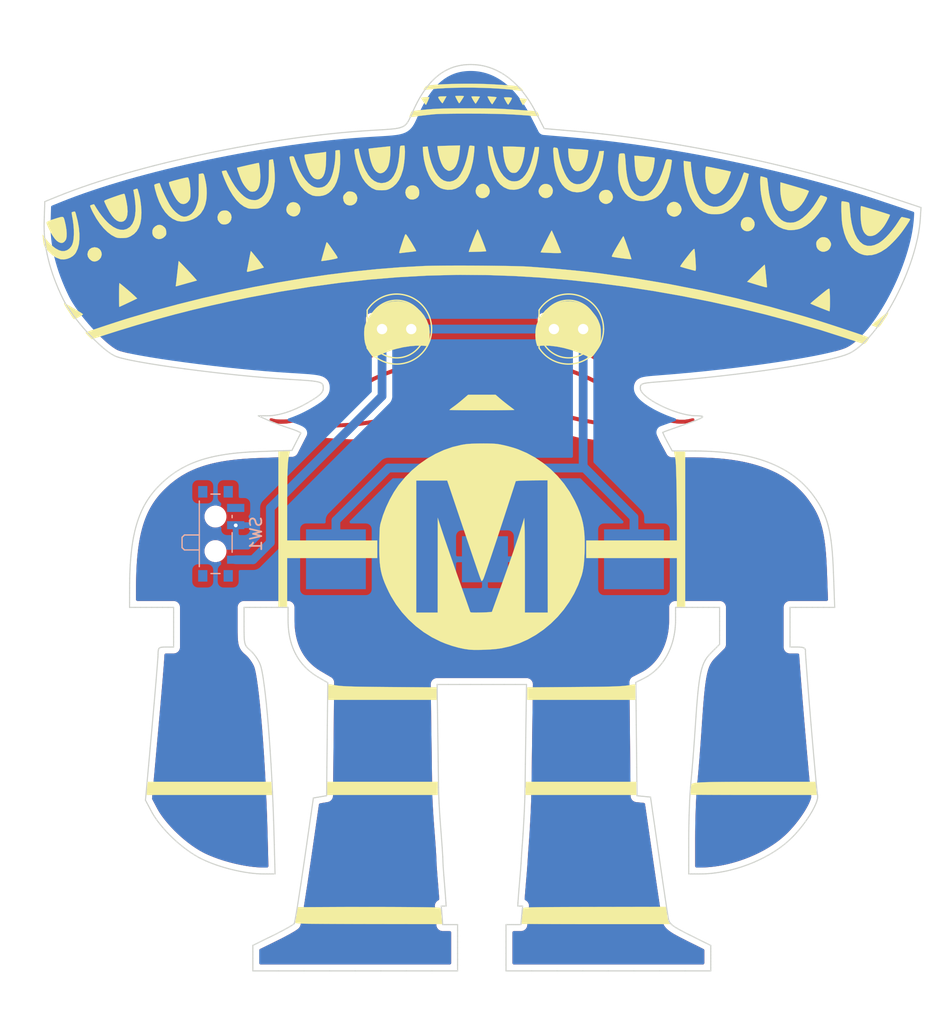
<source format=kicad_pcb>
(kicad_pcb (version 20171130) (host pcbnew 5.1.4-e60b266~84~ubuntu18.04.1)
  (title_block (rev 1))
  (layers (0 Front signal) (31 Back signal) (34 B.Paste user) (35 F.Paste user) (36 B.SilkS user) (37 F.SilkS user) (38 B.Mask user) (39 F.Mask user) (44 Edge.Cuts user))
  (net 0 "")
  (net 1 "Net-(D1-Pad2)")
  (net 2 +3V3)
  (net 3 GND)
  (net 4 "Net-(D1-Pad1)")
  (net 5 "Net-(SW1-Pad3)")
  (module LED_THT:LED_D5.0mm_FlatTop (layer Front) (at 128.4478 85.725)
    (fp_text reference D1)
    (fp_text value LED)
    (pad 1 thru_hole rect (at 0 0) (size 1.8 1.8) (drill 0.9) (layers *.Cu *.Mask) (net 4 "Net-(D1-Pad1)"))
    (pad 2 thru_hole circle (at 2.54 0) (size 1.8 1.8) (drill 0.9) (layers *.Cu *.Mask) (net 1 "Net-(D1-Pad2)"))
  )
  (module LED_THT:LED_D5.0mm_FlatTop (layer Front) (at 143.383 85.725)
    (fp_text reference D2)
    (fp_text value LED)
    (pad 2 thru_hole circle (at 2.54 0) (size 1.8 1.8) (drill 0.9) (layers *.Cu *.Mask) (net 2 +3V3))
    (pad 1 thru_hole rect (at 0 0) (size 1.8 1.8) (drill 0.9) (layers *.Cu *.Mask) (net 1 "Net-(D1-Pad2)"))
  )
  (module 001:MF-Jalisco-001 (layer Front) (at 137.3886 103.5304)
    (fp_text reference U1 hide)
    (fp_text value MF-Jalisco hide)
    (fp_poly (pts (xy -3.000249 -12.993434) (xy -2.935235 -12.933164) (xy -2.927486 -12.84922) (xy -2.979715 -12.737996) (xy -3.094632 -12.595888) (xy -3.274949 -12.419292) (xy -3.523379 -12.204601) (xy -3.704166 -12.057673) (xy -4.41866 -11.538129) (xy -5.197868 -11.068022) (xy -6.03567 -10.650411) (xy -6.925947 -10.288354) (xy -7.837408 -9.992112) (xy -8.730526 -9.764063) (xy -9.678278 -9.577651) (xy -10.685074 -9.432308) (xy -11.755324 -9.327468) (xy -12.893439 -9.262562) (xy -13.674386 -9.241477) (xy -14.074822 -9.23539) (xy -14.398953 -9.231425) (xy -14.655117 -9.229813) (xy -14.851656 -9.230783) (xy -14.996907 -9.234566) (xy -15.099212 -9.241391) (xy -15.166911 -9.251489) (xy -15.208341 -9.26509) (xy -15.231845 -9.282424) (xy -15.233632 -9.284493) (xy -15.273715 -9.375524) (xy -15.274845 -9.427716) (xy -15.24848 -9.46503) (xy -15.180281 -9.495093) (xy -15.063095 -9.518645) (xy -14.889766 -9.536426) (xy -14.653138 -9.549173) (xy -14.346056 -9.557625) (xy -13.97 -9.562453) (xy -12.844148 -9.592616) (xy -11.753877 -9.663983) (xy -10.705602 -9.775511) (xy -9.705734 -9.926158) (xy -8.760686 -10.114877) (xy -7.876871 -10.340627) (xy -7.060702 -10.602363) (xy -6.668865 -10.750853) (xy -6.054794 -11.024505) (xy -5.420642 -11.357981) (xy -4.788689 -11.737796) (xy -4.181214 -12.150465) (xy -3.620495 -12.582503) (xy -3.561165 -12.631856) (xy -3.368823 -12.791039) (xy -3.2289 -12.900595) (xy -3.130749 -12.967388) (xy -3.063721 -12.998283) (xy -3.01717 -13.000143) (xy -3.000249 -12.993434)) (layer Front) (width 0.01))
    (fp_poly (pts (xy 2.531582 -13.01449) (xy 2.608286 -12.977895) (xy 2.716267 -12.901859) (xy 2.865662 -12.780201) (xy 3.066606 -12.606738) (xy 3.066715 -12.606643) (xy 3.323083 -12.396375) (xy 3.635097 -12.162966) (xy 3.982242 -11.920264) (xy 4.344005 -11.682113) (xy 4.699869 -11.462359) (xy 5.029322 -11.274848) (xy 5.08 -11.24782) (xy 5.854032 -10.876952) (xy 6.680202 -10.553952) (xy 7.561357 -10.278229) (xy 8.500346 -10.049194) (xy 9.500016 -9.866256) (xy 10.563216 -9.728824) (xy 11.692794 -9.636307) (xy 12.891597 -9.588116) (xy 13.102167 -9.584294) (xy 13.438767 -9.578645) (xy 13.753285 -9.572286) (xy 14.034344 -9.565529) (xy 14.270568 -9.558688) (xy 14.450579 -9.552077) (xy 14.563001 -9.54601) (xy 14.590329 -9.543275) (xy 14.707047 -9.499761) (xy 14.753827 -9.424319) (xy 14.724086 -9.330464) (xy 14.705293 -9.307211) (xy 14.679979 -9.284509) (xy 14.643522 -9.266729) (xy 14.586355 -9.253336) (xy 14.49891 -9.243799) (xy 14.371617 -9.237583) (xy 14.19491 -9.234156) (xy 13.959219 -9.232985) (xy 13.654978 -9.233537) (xy 13.402522 -9.234632) (xy 13.057772 -9.2375) (xy 12.713788 -9.242542) (xy 12.3874 -9.249352) (xy 12.095434 -9.257523) (xy 11.854721 -9.266648) (xy 11.684 -9.27618) (xy 10.977368 -9.338717) (xy 10.260607 -9.422762) (xy 9.547126 -9.525814) (xy 8.850334 -9.645369) (xy 8.183643 -9.778928) (xy 7.56046 -9.923989) (xy 6.994196 -10.07805) (xy 6.498261 -10.23861) (xy 6.469793 -10.248844) (xy 5.717143 -10.552838) (xy 4.966773 -10.91642) (xy 4.24127 -11.327192) (xy 3.563221 -11.772758) (xy 3.196167 -12.045699) (xy 2.903422 -12.280442) (xy 2.679042 -12.475276) (xy 2.519348 -12.634767) (xy 2.42066 -12.763478) (xy 2.379296 -12.865973) (xy 2.391578 -12.946816) (xy 2.431461 -12.994087) (xy 2.476019 -13.017827) (xy 2.531582 -13.01449)) (layer Front) (width 0.01))
    (fp_poly (pts (xy -4.541127 -14.836666) (xy -4.176871 -14.798242) (xy -3.835246 -14.734374) (xy -3.496239 -14.642668) (xy -3.369374 -14.601841) (xy -3.057065 -14.487408) (xy -2.756228 -14.358392) (xy -2.476726 -14.220776) (xy -2.228419 -14.080546) (xy -2.021168 -13.943685) (xy -1.864835 -13.816178) (xy -1.769281 -13.704007) (xy -1.74399 -13.615525) (xy -1.776677 -13.540369) (xy -1.850205 -13.516023) (xy -1.970647 -13.543687) (xy -2.144072 -13.62456) (xy -2.330039 -13.731402) (xy -2.919196 -14.042885) (xy -3.531247 -14.276772) (xy -4.167998 -14.433171) (xy -4.831254 -14.512189) (xy -5.522821 -14.513933) (xy -6.244505 -14.438509) (xy -6.998112 -14.286027) (xy -7.785448 -14.056591) (xy -7.789333 -14.055297) (xy -8.188072 -13.918521) (xy -8.556888 -13.782651) (xy -8.906147 -13.642339) (xy -9.246216 -13.492236) (xy -9.587461 -13.326995) (xy -9.940248 -13.141266) (xy -10.314944 -12.929701) (xy -10.721914 -12.686953) (xy -11.171526 -12.407672) (xy -11.674146 -12.086511) (xy -11.942226 -11.912685) (xy -12.430034 -11.596766) (xy -12.85717 -11.324173) (xy -13.2326 -11.09008) (xy -13.565292 -10.88966) (xy -13.864213 -10.718088) (xy -14.138331 -10.570537) (xy -14.396614 -10.442179) (xy -14.648028 -10.32819) (xy -14.90154 -10.223742) (xy -15.16612 -10.12401) (xy -15.450733 -10.024166) (xy -15.451666 -10.023847) (xy -16.101252 -9.823637) (xy -16.701493 -9.682558) (xy -17.249917 -9.600983) (xy -17.744047 -9.579287) (xy -18.161 -9.614491) (xy -18.327805 -9.649715) (xy -18.488659 -9.697132) (xy -18.552583 -9.721804) (xy -18.658571 -9.780147) (xy -18.703925 -9.846087) (xy -18.711333 -9.913758) (xy -18.692243 -10.013959) (xy -18.628626 -10.059009) (xy -18.510962 -10.051913) (xy -18.387051 -10.016071) (xy -18.231378 -9.981843) (xy -18.013363 -9.95911) (xy -17.754548 -9.947874) (xy -17.476474 -9.948139) (xy -17.200681 -9.959905) (xy -16.948712 -9.983176) (xy -16.75119 -10.015905) (xy -15.896998 -10.243117) (xy -15.064685 -10.539055) (xy -14.311424 -10.878278) (xy -14.143753 -10.963541) (xy -13.985661 -11.046905) (xy -13.827738 -11.134094) (xy -13.660574 -11.23083) (xy -13.474759 -11.342837) (xy -13.260882 -11.475838) (xy -13.009534 -11.635557) (xy -12.711304 -11.827718) (xy -12.356782 -12.058043) (xy -12.149666 -12.193094) (xy -11.855781 -12.383962) (xy -11.563107 -12.572354) (xy -11.28516 -12.749695) (xy -11.035453 -12.90741) (xy -10.827502 -13.036922) (xy -10.674821 -13.129657) (xy -10.658376 -13.139364) (xy -9.834512 -13.585811) (xy -8.975711 -13.980553) (xy -8.100451 -14.316245) (xy -7.227211 -14.585541) (xy -6.688666 -14.71731) (xy -6.466976 -14.761541) (xy -6.250271 -14.794338) (xy -6.015942 -14.818003) (xy -5.741377 -14.834839) (xy -5.417589 -14.846754) (xy -4.948028 -14.852039) (xy -4.541127 -14.836666)) (layer Front) (width 0.01))
    (fp_poly (pts (xy 5.020643 -14.836611) (xy 5.2756 -14.832392) (xy 5.481832 -14.823803) (xy 5.657303 -14.809551) (xy 5.819973 -14.788343) (xy 5.987805 -14.758887) (xy 6.096 -14.737223) (xy 6.602013 -14.615395) (xy 7.155407 -14.451223) (xy 7.735291 -14.252443) (xy 8.320778 -14.026788) (xy 8.890978 -13.781992) (xy 9.425002 -13.525791) (xy 9.567334 -13.451937) (xy 9.731775 -13.364461) (xy 9.880239 -13.283797) (xy 10.022221 -13.204096) (xy 10.167213 -13.119511) (xy 10.324709 -13.024191) (xy 10.504202 -12.912289) (xy 10.715185 -12.777955) (xy 10.967152 -12.61534) (xy 11.269597 -12.418597) (xy 11.632012 -12.181876) (xy 11.684 -12.147877) (xy 12.136142 -11.854078) (xy 12.528835 -11.603429) (xy 12.871794 -11.390249) (xy 13.174735 -11.208856) (xy 13.447374 -11.053567) (xy 13.699424 -10.918699) (xy 13.940603 -10.79857) (xy 14.180625 -10.687498) (xy 14.181667 -10.687033) (xy 14.783363 -10.438292) (xy 15.365838 -10.236969) (xy 15.922017 -10.084362) (xy 16.444824 -9.981768) (xy 16.927185 -9.930482) (xy 17.362025 -9.931802) (xy 17.742269 -9.987025) (xy 17.847398 -10.015124) (xy 17.98131 -10.046272) (xy 18.091625 -10.056235) (xy 18.126555 -10.051663) (xy 18.189606 -9.995749) (xy 18.20037 -9.905466) (xy 18.160803 -9.811453) (xy 18.108084 -9.762255) (xy 17.947391 -9.691963) (xy 17.720323 -9.638438) (xy 17.443841 -9.603484) (xy 17.134904 -9.588902) (xy 16.81047 -9.596495) (xy 16.658167 -9.608169) (xy 16.184379 -9.676983) (xy 15.662669 -9.795767) (xy 15.109351 -9.959335) (xy 14.54074 -10.162504) (xy 13.973153 -10.400089) (xy 13.582149 -10.585617) (xy 13.446044 -10.654395) (xy 13.318107 -10.721323) (xy 13.189769 -10.791644) (xy 13.052463 -10.870599) (xy 12.897619 -10.963433) (xy 12.71667 -11.075387) (xy 12.501045 -11.211704) (xy 12.242179 -11.377628) (xy 11.9315 -11.578401) (xy 11.560442 -11.819266) (xy 11.472334 -11.876546) (xy 11.016898 -12.171369) (xy 10.62208 -12.423759) (xy 10.278645 -12.63913) (xy 9.977359 -12.822895) (xy 9.708988 -12.980465) (xy 9.464298 -13.117256) (xy 9.234054 -13.23868) (xy 9.009024 -13.350149) (xy 8.779971 -13.457077) (xy 8.763 -13.464781) (xy 8.039293 -13.775328) (xy 7.364869 -14.027639) (xy 6.730148 -14.224331) (xy 6.125549 -14.368024) (xy 5.541492 -14.461338) (xy 4.968396 -14.506893) (xy 4.948786 -14.507641) (xy 4.276881 -14.503106) (xy 3.653993 -14.436218) (xy 3.069101 -14.304325) (xy 2.511184 -14.10477) (xy 1.969218 -13.8349) (xy 1.839195 -13.75871) (xy 1.613234 -13.627681) (xy 1.447453 -13.545421) (xy 1.334007 -13.510289) (xy 1.265051 -13.520646) (xy 1.232739 -13.57485) (xy 1.227667 -13.630848) (xy 1.238553 -13.705402) (xy 1.280782 -13.774777) (xy 1.368708 -13.856369) (xy 1.489001 -13.947521) (xy 1.908122 -14.210385) (xy 2.393409 -14.440066) (xy 2.930902 -14.630736) (xy 3.443423 -14.763239) (xy 3.592111 -14.790764) (xy 3.756945 -14.811036) (xy 3.952956 -14.824947) (xy 4.195173 -14.833389) (xy 4.498625 -14.837254) (xy 4.699 -14.837751) (xy 5.020643 -14.836611)) (layer Front) (width 0.01))
    (fp_line (start -20.167891 36.818517) (end -20.167891 36.541403) (layer Edge.Cuts) (width 0.1))
    (fp_line (start -20.167891 36.541403) (end -20.167891 36.264286) (layer Edge.Cuts) (width 0.1))
    (fp_line (start -20.167891 36.264286) (end -20.167891 35.987172) (layer Edge.Cuts) (width 0.1))
    (fp_line (start -20.167891 35.987172) (end -20.167891 35.710055) (layer Edge.Cuts) (width 0.1))
    (fp_line (start -20.167891 35.710055) (end -19.732945 35.49696) (layer Edge.Cuts) (width 0.1))
    (fp_line (start -19.732945 35.49696) (end -19.297999 35.283862) (layer Edge.Cuts) (width 0.1))
    (fp_line (start -19.297999 35.283862) (end -18.863056 35.070766) (layer Edge.Cuts) (width 0.1))
    (fp_line (start -18.863056 35.070766) (end -18.42811 34.857668) (layer Edge.Cuts) (width 0.1))
    (fp_line (start -18.42811 34.857668) (end -18.076227 34.682569) (layer Edge.Cuts) (width 0.1))
    (fp_line (start -18.076227 34.682569) (end -17.743318 34.511731) (layer Edge.Cuts) (width 0.1))
    (fp_line (start -17.743318 34.511731) (end -17.436996 34.349427) (layer Edge.Cuts) (width 0.1))
    (fp_line (start -17.436996 34.349427) (end -17.164883 34.199933) (layer Edge.Cuts) (width 0.1))
    (fp_line (start -17.164883 34.199933) (end -16.934594 34.067522) (layer Edge.Cuts) (width 0.1))
    (fp_line (start -16.934594 34.067522) (end -16.753747 33.956471) (layer Edge.Cuts) (width 0.1))
    (fp_line (start -16.753747 33.956471) (end -16.629962 33.871051) (layer Edge.Cuts) (width 0.1))
    (fp_line (start -16.629962 33.871051) (end -16.591847 33.839289) (layer Edge.Cuts) (width 0.1))
    (fp_line (start -16.591847 33.839289) (end -16.570854 33.815538) (layer Edge.Cuts) (width 0.1))
    (fp_line (start -16.570854 33.815538) (end -16.55487 33.768418) (layer Edge.Cuts) (width 0.1))
    (fp_line (start -16.55487 33.768418) (end -16.531471 33.668087) (layer Edge.Cuts) (width 0.1))
    (fp_line (start -16.531471 33.668087) (end -16.464235 33.319169) (layer Edge.Cuts) (width 0.1))
    (fp_line (start -16.464235 33.319169) (end -16.372782 32.791537) (layer Edge.Cuts) (width 0.1))
    (fp_line (start -16.372782 32.791537) (end -16.260773 32.107938) (layer Edge.Cuts) (width 0.1))
    (fp_line (start -16.260773 32.107938) (end -15.989697 30.363847) (layer Edge.Cuts) (width 0.1))
    (fp_line (start -15.989697 30.363847) (end -15.680227 28.26889) (layer Edge.Cuts) (width 0.1))
    (fp_line (start -15.680227 28.26889) (end -15.486941 26.929667) (layer Edge.Cuts) (width 0.1))
    (fp_line (start -15.486941 26.929667) (end -15.293655 25.590441) (layer Edge.Cuts) (width 0.1))
    (fp_line (start -15.293655 25.590441) (end -15.100366 24.251218) (layer Edge.Cuts) (width 0.1))
    (fp_line (start -15.100366 24.251218) (end -14.90708 22.911993) (layer Edge.Cuts) (width 0.1))
    (fp_line (start -14.90708 22.911993) (end -14.763602 22.88736) (layer Edge.Cuts) (width 0.1))
    (fp_line (start -14.763602 22.88736) (end -14.620126 22.862727) (layer Edge.Cuts) (width 0.1))
    (fp_line (start -14.620126 22.862727) (end -14.476651 22.838095) (layer Edge.Cuts) (width 0.1))
    (fp_line (start -14.476651 22.838095) (end -14.333172 22.813462) (layer Edge.Cuts) (width 0.1))
    (fp_line (start -14.333172 22.813462) (end -14.189697 22.788829) (layer Edge.Cuts) (width 0.1))
    (fp_line (start -14.189697 22.788829) (end -14.046221 22.764197) (layer Edge.Cuts) (width 0.1))
    (fp_line (start -14.046221 22.764197) (end -13.902743 22.739564) (layer Edge.Cuts) (width 0.1))
    (fp_line (start -13.902743 22.739564) (end -13.759267 22.714931) (layer Edge.Cuts) (width 0.1))
    (fp_line (start -13.759267 22.714931) (end -13.746514 21.488884) (layer Edge.Cuts) (width 0.1))
    (fp_line (start -13.746514 21.488884) (end -13.733761 20.262836) (layer Edge.Cuts) (width 0.1))
    (fp_line (start -13.733761 20.262836) (end -13.721008 19.036786) (layer Edge.Cuts) (width 0.1))
    (fp_line (start -13.721008 19.036786) (end -13.708256 17.810739) (layer Edge.Cuts) (width 0.1))
    (fp_line (start -13.708256 17.810739) (end -13.695503 16.584692) (layer Edge.Cuts) (width 0.1))
    (fp_line (start -13.695503 16.584692) (end -13.68275 15.358644) (layer Edge.Cuts) (width 0.1))
    (fp_line (start -13.68275 15.358644) (end -13.669997 14.132594) (layer Edge.Cuts) (width 0.1))
    (fp_line (start -13.669997 14.132594) (end -13.657244 12.906547) (layer Edge.Cuts) (width 0.1))
    (fp_line (start -13.657244 12.906547) (end -13.869736 12.782018) (layer Edge.Cuts) (width 0.1))
    (fp_line (start -13.869736 12.782018) (end -14.082226 12.657492) (layer Edge.Cuts) (width 0.1))
    (fp_line (start -14.082226 12.657492) (end -14.294718 12.532963) (layer Edge.Cuts) (width 0.1))
    (fp_line (start -14.294718 12.532963) (end -14.50721 12.408434) (layer Edge.Cuts) (width 0.1))
    (fp_line (start -14.50721 12.408434) (end -14.665343 12.312355) (layer Edge.Cuts) (width 0.1))
    (fp_line (start -14.665343 12.312355) (end -14.818629 12.212314) (layer Edge.Cuts) (width 0.1))
    (fp_line (start -14.818629 12.212314) (end -14.967058 12.108331) (layer Edge.Cuts) (width 0.1))
    (fp_line (start -14.967058 12.108331) (end -15.110616 12.000429) (layer Edge.Cuts) (width 0.1))
    (fp_line (start -15.110616 12.000429) (end -15.249293 11.888628) (layer Edge.Cuts) (width 0.1))
    (fp_line (start -15.249293 11.888628) (end -15.383078 11.772952) (layer Edge.Cuts) (width 0.1))
    (fp_line (start -15.383078 11.772952) (end -15.511959 11.65342) (layer Edge.Cuts) (width 0.1))
    (fp_line (start -15.511959 11.65342) (end -15.635925 11.530055) (layer Edge.Cuts) (width 0.1))
    (fp_line (start -15.635925 11.530055) (end -15.754965 11.402878) (layer Edge.Cuts) (width 0.1))
    (fp_line (start -15.754965 11.402878) (end -15.869067 11.27191) (layer Edge.Cuts) (width 0.1))
    (fp_line (start -15.869067 11.27191) (end -15.97822 11.137174) (layer Edge.Cuts) (width 0.1))
    (fp_line (start -15.97822 11.137174) (end -16.082412 10.99869) (layer Edge.Cuts) (width 0.1))
    (fp_line (start -16.082412 10.99869) (end -16.181632 10.856481) (layer Edge.Cuts) (width 0.1))
    (fp_line (start -16.181632 10.856481) (end -16.27587 10.710567) (layer Edge.Cuts) (width 0.1))
    (fp_line (start -16.27587 10.710567) (end -16.365112 10.560971) (layer Edge.Cuts) (width 0.1))
    (fp_line (start -16.365112 10.560971) (end -16.449349 10.407713) (layer Edge.Cuts) (width 0.1))
    (fp_line (start -16.449349 10.407713) (end -16.528569 10.250816) (layer Edge.Cuts) (width 0.1))
    (fp_line (start -16.528569 10.250816) (end -16.602759 10.090301) (layer Edge.Cuts) (width 0.1))
    (fp_line (start -16.602759 10.090301) (end -16.67191 9.92619) (layer Edge.Cuts) (width 0.1))
    (fp_line (start -16.67191 9.92619) (end -16.73601 9.758503) (layer Edge.Cuts) (width 0.1))
    (fp_line (start -16.73601 9.758503) (end -16.795047 9.587264) (layer Edge.Cuts) (width 0.1))
    (fp_line (start -16.795047 9.587264) (end -16.84901 9.412492) (layer Edge.Cuts) (width 0.1))
    (fp_line (start -16.84901 9.412492) (end -16.897887 9.234211) (layer Edge.Cuts) (width 0.1))
    (fp_line (start -16.897887 9.234211) (end -16.941668 9.052441) (layer Edge.Cuts) (width 0.1))
    (fp_line (start -16.941668 9.052441) (end -16.980339 8.867204) (layer Edge.Cuts) (width 0.1))
    (fp_line (start -16.980339 8.867204) (end -17.013892 8.678521) (layer Edge.Cuts) (width 0.1))
    (fp_line (start -17.013892 8.678521) (end -17.042313 8.486413) (layer Edge.Cuts) (width 0.1))
    (fp_line (start -17.042313 8.486413) (end -17.065593 8.290903) (layer Edge.Cuts) (width 0.1))
    (fp_line (start -17.065593 8.290903) (end -17.083719 8.092013) (layer Edge.Cuts) (width 0.1))
    (fp_line (start -17.083719 8.092013) (end -17.096681 7.889762) (layer Edge.Cuts) (width 0.1))
    (fp_line (start -17.096681 7.889762) (end -17.104466 7.684174) (layer Edge.Cuts) (width 0.1))
    (fp_line (start -17.104466 7.684174) (end -17.107064 7.47527) (layer Edge.Cuts) (width 0.1))
    (fp_line (start -17.107064 7.47527) (end -17.107064 7.196997) (layer Edge.Cuts) (width 0.1))
    (fp_line (start -17.107064 7.196997) (end -17.107064 6.918724) (layer Edge.Cuts) (width 0.1))
    (fp_line (start -17.107064 6.918724) (end -17.107064 6.640451) (layer Edge.Cuts) (width 0.1))
    (fp_line (start -17.107064 6.640451) (end -17.107064 6.362179) (layer Edge.Cuts) (width 0.1))
    (fp_line (start -17.107064 6.362179) (end -17.585319 6.362179) (layer Edge.Cuts) (width 0.1))
    (fp_line (start -17.585319 6.362179) (end -18.063575 6.362179) (layer Edge.Cuts) (width 0.1))
    (fp_line (start -18.063575 6.362179) (end -18.541831 6.362179) (layer Edge.Cuts) (width 0.1))
    (fp_line (start -18.541831 6.362179) (end -19.020086 6.362179) (layer Edge.Cuts) (width 0.1))
    (fp_line (start -19.020086 6.362179) (end -19.498342 6.362179) (layer Edge.Cuts) (width 0.1))
    (fp_line (start -19.498342 6.362179) (end -19.976597 6.362179) (layer Edge.Cuts) (width 0.1))
    (fp_line (start -19.976597 6.362179) (end -20.454853 6.362179) (layer Edge.Cuts) (width 0.1))
    (fp_line (start -20.454853 6.362179) (end -20.933108 6.362179) (layer Edge.Cuts) (width 0.1))
    (fp_line (start -20.933108 6.362179) (end -20.933108 6.771783) (layer Edge.Cuts) (width 0.1))
    (fp_line (start -20.933108 6.771783) (end -20.933108 7.181389) (layer Edge.Cuts) (width 0.1))
    (fp_line (start -20.933108 7.181389) (end -20.933108 7.590994) (layer Edge.Cuts) (width 0.1))
    (fp_line (start -20.933108 7.590994) (end -20.933108 8.000598) (layer Edge.Cuts) (width 0.1))
    (fp_line (start -20.933108 8.000598) (end -20.931137 8.523948) (layer Edge.Cuts) (width 0.1))
    (fp_line (start -20.931137 8.523948) (end -20.921308 8.929613) (layer Edge.Cuts) (width 0.1))
    (fp_line (start -20.921308 8.929613) (end -20.911706 9.095077) (layer Edge.Cuts) (width 0.1))
    (fp_line (start -20.911706 9.095077) (end -20.898023 9.239237) (layer Edge.Cuts) (width 0.1))
    (fp_line (start -20.898023 9.239237) (end -20.879548 9.364796) (layer Edge.Cuts) (width 0.1))
    (fp_line (start -20.879548 9.364796) (end -20.855569 9.474462) (layer Edge.Cuts) (width 0.1))
    (fp_line (start -20.855569 9.474462) (end -20.825374 9.570936) (layer Edge.Cuts) (width 0.1))
    (fp_line (start -20.825374 9.570936) (end -20.788252 9.656928) (layer Edge.Cuts) (width 0.1))
    (fp_line (start -20.788252 9.656928) (end -20.743494 9.73514) (layer Edge.Cuts) (width 0.1))
    (fp_line (start -20.743494 9.73514) (end -20.690387 9.808279) (layer Edge.Cuts) (width 0.1))
    (fp_line (start -20.690387 9.808279) (end -20.628222 9.87905) (layer Edge.Cuts) (width 0.1))
    (fp_line (start -20.628222 9.87905) (end -20.556286 9.950159) (layer Edge.Cuts) (width 0.1))
    (fp_line (start -20.556286 9.950159) (end -20.380259 10.10421) (layer Edge.Cuts) (width 0.1))
    (fp_line (start -20.380259 10.10421) (end -20.263207 10.212643) (layer Edge.Cuts) (width 0.1))
    (fp_line (start -20.263207 10.212643) (end -20.142417 10.342771) (layer Edge.Cuts) (width 0.1))
    (fp_line (start -20.142417 10.342771) (end -20.021359 10.489676) (layer Edge.Cuts) (width 0.1))
    (fp_line (start -20.021359 10.489676) (end -19.903509 10.648436) (layer Edge.Cuts) (width 0.1))
    (fp_line (start -19.903509 10.648436) (end -19.792337 10.814133) (layer Edge.Cuts) (width 0.1))
    (fp_line (start -19.792337 10.814133) (end -19.691318 10.981846) (layer Edge.Cuts) (width 0.1))
    (fp_line (start -19.691318 10.981846) (end -19.603921 11.146658) (layer Edge.Cuts) (width 0.1))
    (fp_line (start -19.603921 11.146658) (end -19.533621 11.303648) (layer Edge.Cuts) (width 0.1))
    (fp_line (start -19.533621 11.303648) (end -19.489947 11.42901) (layer Edge.Cuts) (width 0.1))
    (fp_line (start -19.489947 11.42901) (end -19.445727 11.587549) (layer Edge.Cuts) (width 0.1))
    (fp_line (start -19.445727 11.587549) (end -19.401055 11.778124) (layer Edge.Cuts) (width 0.1))
    (fp_line (start -19.401055 11.778124) (end -19.356024 11.999595) (layer Edge.Cuts) (width 0.1))
    (fp_line (start -19.356024 11.999595) (end -19.310726 12.250821) (layer Edge.Cuts) (width 0.1))
    (fp_line (start -19.310726 12.250821) (end -19.265254 12.530663) (layer Edge.Cuts) (width 0.1))
    (fp_line (start -19.265254 12.530663) (end -19.174164 13.171627) (layer Edge.Cuts) (width 0.1))
    (fp_line (start -19.174164 13.171627) (end -19.083492 13.913366) (layer Edge.Cuts) (width 0.1))
    (fp_line (start -19.083492 13.913366) (end -18.993986 14.746754) (layer Edge.Cuts) (width 0.1))
    (fp_line (start -18.993986 14.746754) (end -18.906388 15.662668) (layer Edge.Cuts) (width 0.1))
    (fp_line (start -18.906388 15.662668) (end -18.821442 16.651983) (layer Edge.Cuts) (width 0.1))
    (fp_line (start -18.821442 16.651983) (end -18.739891 17.705578) (layer Edge.Cuts) (width 0.1))
    (fp_line (start -18.739891 17.705578) (end -18.662479 18.814328) (layer Edge.Cuts) (width 0.1))
    (fp_line (start -18.662479 18.814328) (end -18.58995 19.969108) (layer Edge.Cuts) (width 0.1))
    (fp_line (start -18.58995 19.969108) (end -18.523048 21.160795) (layer Edge.Cuts) (width 0.1))
    (fp_line (start -18.523048 21.160795) (end -18.462515 22.380265) (layer Edge.Cuts) (width 0.1))
    (fp_line (start -18.462515 22.380265) (end -18.409096 23.618394) (layer Edge.Cuts) (width 0.1))
    (fp_line (start -18.409096 23.618394) (end -18.363535 24.866058) (layer Edge.Cuts) (width 0.1))
    (fp_line (start -18.363535 24.866058) (end -18.326573 26.114134) (layer Edge.Cuts) (width 0.1))
    (fp_line (start -18.326573 26.114134) (end -18.304481 26.963039) (layer Edge.Cuts) (width 0.1))
    (fp_line (start -18.304481 26.963039) (end -18.282388 27.811941) (layer Edge.Cuts) (width 0.1))
    (fp_line (start -18.282388 27.811941) (end -18.260295 28.660846) (layer Edge.Cuts) (width 0.1))
    (fp_line (start -18.260295 28.660846) (end -18.238203 29.509749) (layer Edge.Cuts) (width 0.1))
    (fp_line (start -18.238203 29.509749) (end -18.481431 29.509749) (layer Edge.Cuts) (width 0.1))
    (fp_line (start -18.481431 29.509749) (end -18.724663 29.509749) (layer Edge.Cuts) (width 0.1))
    (fp_line (start -18.724663 29.509749) (end -18.967892 29.509749) (layer Edge.Cuts) (width 0.1))
    (fp_line (start -18.967892 29.509749) (end -19.211123 29.509749) (layer Edge.Cuts) (width 0.1))
    (fp_line (start -19.211123 29.509749) (end -19.513162 29.50354) (layer Edge.Cuts) (width 0.1))
    (fp_line (start -19.513162 29.50354) (end -19.828986 29.485237) (layer Edge.Cuts) (width 0.1))
    (fp_line (start -19.828986 29.485237) (end -20.156578 29.455321) (layer Edge.Cuts) (width 0.1))
    (fp_line (start -20.156578 29.455321) (end -20.493918 29.414274) (layer Edge.Cuts) (width 0.1))
    (fp_line (start -20.493918 29.414274) (end -20.838992 29.36258) (layer Edge.Cuts) (width 0.1))
    (fp_line (start -20.838992 29.36258) (end -21.189778 29.300722) (layer Edge.Cuts) (width 0.1))
    (fp_line (start -21.189778 29.300722) (end -21.544258 29.229181) (layer Edge.Cuts) (width 0.1))
    (fp_line (start -21.544258 29.229181) (end -21.900414 29.148439) (layer Edge.Cuts) (width 0.1))
    (fp_line (start -21.900414 29.148439) (end -22.256231 29.058979) (layer Edge.Cuts) (width 0.1))
    (fp_line (start -22.256231 29.058979) (end -22.609688 28.961283) (layer Edge.Cuts) (width 0.1))
    (fp_line (start -22.609688 28.961283) (end -22.958766 28.855835) (layer Edge.Cuts) (width 0.1))
    (fp_line (start -22.958766 28.855835) (end -23.301449 28.743116) (layer Edge.Cuts) (width 0.1))
    (fp_line (start -23.301449 28.743116) (end -23.63572 28.623609) (layer Edge.Cuts) (width 0.1))
    (fp_line (start -23.63572 28.623609) (end -23.959558 28.497796) (layer Edge.Cuts) (width 0.1))
    (fp_line (start -23.959558 28.497796) (end -24.270946 28.36616) (layer Edge.Cuts) (width 0.1))
    (fp_line (start -24.270946 28.36616) (end -24.567866 28.229184) (layer Edge.Cuts) (width 0.1))
    (fp_line (start -24.567866 28.229184) (end -24.724582 28.150933) (layer Edge.Cuts) (width 0.1))
    (fp_line (start -24.724582 28.150933) (end -24.882734 28.066839) (layer Edge.Cuts) (width 0.1))
    (fp_line (start -24.882734 28.066839) (end -25.04206 27.977148) (layer Edge.Cuts) (width 0.1))
    (fp_line (start -25.04206 27.977148) (end -25.202298 27.882109) (layer Edge.Cuts) (width 0.1))
    (fp_line (start -25.202298 27.882109) (end -25.524459 27.676975) (layer Edge.Cuts) (width 0.1))
    (fp_line (start -25.524459 27.676975) (end -25.847119 27.453415) (layer Edge.Cuts) (width 0.1))
    (fp_line (start -25.847119 27.453415) (end -26.168179 27.21341) (layer Edge.Cuts) (width 0.1))
    (fp_line (start -26.168179 27.21341) (end -26.485542 26.958938) (layer Edge.Cuts) (width 0.1))
    (fp_line (start -26.485542 26.958938) (end -26.797107 26.69198) (layer Edge.Cuts) (width 0.1))
    (fp_line (start -26.797107 26.69198) (end -27.100777 26.414515) (layer Edge.Cuts) (width 0.1))
    (fp_line (start -27.100777 26.414515) (end -27.394454 26.128522) (layer Edge.Cuts) (width 0.1))
    (fp_line (start -27.394454 26.128522) (end -27.676039 25.835979) (layer Edge.Cuts) (width 0.1))
    (fp_line (start -27.676039 25.835979) (end -27.943433 25.538868) (layer Edge.Cuts) (width 0.1))
    (fp_line (start -27.943433 25.538868) (end -28.194538 25.239167) (layer Edge.Cuts) (width 0.1))
    (fp_line (start -28.194538 25.239167) (end -28.427255 24.938857) (layer Edge.Cuts) (width 0.1))
    (fp_line (start -28.427255 24.938857) (end -28.536063 24.789091) (layer Edge.Cuts) (width 0.1))
    (fp_line (start -28.536063 24.789091) (end -28.639487 24.639915) (layer Edge.Cuts) (width 0.1))
    (fp_line (start -28.639487 24.639915) (end -28.737264 24.491575) (layer Edge.Cuts) (width 0.1))
    (fp_line (start -28.737264 24.491575) (end -28.829134 24.344321) (layer Edge.Cuts) (width 0.1))
    (fp_line (start -28.829134 24.344321) (end -28.914832 24.198399) (layer Edge.Cuts) (width 0.1))
    (fp_line (start -28.914832 24.198399) (end -28.994097 24.054056) (layer Edge.Cuts) (width 0.1))
    (fp_line (start -28.994097 24.054056) (end -29.120231 23.815823) (layer Edge.Cuts) (width 0.1))
    (fp_line (start -29.120231 23.815823) (end -29.246365 23.577589) (layer Edge.Cuts) (width 0.1))
    (fp_line (start -29.246365 23.577589) (end -29.372499 23.339356) (layer Edge.Cuts) (width 0.1))
    (fp_line (start -29.372499 23.339356) (end -29.498632 23.101122) (layer Edge.Cuts) (width 0.1))
    (fp_line (start -29.498632 23.101122) (end -29.36282 21.594617) (layer Edge.Cuts) (width 0.1))
    (fp_line (start -29.36282 21.594617) (end -29.227008 20.088114) (layer Edge.Cuts) (width 0.1))
    (fp_line (start -29.227008 20.088114) (end -29.091197 18.581608) (layer Edge.Cuts) (width 0.1))
    (fp_line (start -29.091197 18.581608) (end -28.955385 17.075102) (layer Edge.Cuts) (width 0.1))
    (fp_line (start -28.955385 17.075102) (end -28.743733 14.686253) (layer Edge.Cuts) (width 0.1))
    (fp_line (start -28.743733 14.686253) (end -28.569039 12.636592) (layer Edge.Cuts) (width 0.1))
    (fp_line (start -28.569039 12.636592) (end -28.449428 11.144247) (layer Edge.Cuts) (width 0.1))
    (fp_line (start -28.449428 11.144247) (end -28.415942 10.675235) (layer Edge.Cuts) (width 0.1))
    (fp_line (start -28.415942 10.675235) (end -28.403024 10.427351) (layer Edge.Cuts) (width 0.1))
    (fp_line (start -28.403024 10.427351) (end -28.397097 10.233744) (layer Edge.Cuts) (width 0.1))
    (fp_line (start -28.397097 10.233744) (end -28.390874 10.154122) (layer Edge.Cuts) (width 0.1))
    (fp_line (start -28.390874 10.154122) (end -28.381418 10.084977) (layer Edge.Cuts) (width 0.1))
    (fp_line (start -28.381418 10.084977) (end -28.367928 10.025576) (layer Edge.Cuts) (width 0.1))
    (fp_line (start -28.367928 10.025576) (end -28.349602 9.975185) (layer Edge.Cuts) (width 0.1))
    (fp_line (start -28.349602 9.975185) (end -28.32564 9.933072) (layer Edge.Cuts) (width 0.1))
    (fp_line (start -28.32564 9.933072) (end -28.295242 9.898504) (layer Edge.Cuts) (width 0.1))
    (fp_line (start -28.295242 9.898504) (end -28.257608 9.870747) (layer Edge.Cuts) (width 0.1))
    (fp_line (start -28.257608 9.870747) (end -28.211938 9.84907) (layer Edge.Cuts) (width 0.1))
    (fp_line (start -28.211938 9.84907) (end -28.157432 9.832739) (layer Edge.Cuts) (width 0.1))
    (fp_line (start -28.157432 9.832739) (end -28.093289 9.821021) (layer Edge.Cuts) (width 0.1))
    (fp_line (start -28.093289 9.821021) (end -28.01871 9.813179) (layer Edge.Cuts) (width 0.1))
    (fp_line (start -28.01871 9.813179) (end -27.932895 9.80849) (layer Edge.Cuts) (width 0.1))
    (fp_line (start -27.932895 9.80849) (end -27.724354 9.805622) (layer Edge.Cuts) (width 0.1))
    (fp_line (start -27.724354 9.805622) (end -27.556964 9.805622) (layer Edge.Cuts) (width 0.1))
    (fp_line (start -27.556964 9.805622) (end -27.389575 9.805622) (layer Edge.Cuts) (width 0.1))
    (fp_line (start -27.389575 9.805622) (end -27.222185 9.805622) (layer Edge.Cuts) (width 0.1))
    (fp_line (start -27.222185 9.805622) (end -27.054796 9.805622) (layer Edge.Cuts) (width 0.1))
    (fp_line (start -27.054796 9.805622) (end -27.054796 9.375193) (layer Edge.Cuts) (width 0.1))
    (fp_line (start -27.054796 9.375193) (end -27.054796 8.944763) (layer Edge.Cuts) (width 0.1))
    (fp_line (start -27.054796 8.944763) (end -27.054796 8.514334) (layer Edge.Cuts) (width 0.1))
    (fp_line (start -27.054796 8.514334) (end -27.054796 8.083904) (layer Edge.Cuts) (width 0.1))
    (fp_line (start -27.054796 8.083904) (end -27.054796 7.653475) (layer Edge.Cuts) (width 0.1))
    (fp_line (start -27.054796 7.653475) (end -27.054796 7.223045) (layer Edge.Cuts) (width 0.1))
    (fp_line (start -27.054796 7.223045) (end -27.054796 6.792613) (layer Edge.Cuts) (width 0.1))
    (fp_line (start -27.054796 6.792613) (end -27.054796 6.362184) (layer Edge.Cuts) (width 0.1))
    (fp_line (start -27.054796 6.362184) (end -27.533051 6.362184) (layer Edge.Cuts) (width 0.1))
    (fp_line (start -27.533051 6.362184) (end -28.011307 6.362184) (layer Edge.Cuts) (width 0.1))
    (fp_line (start -28.011307 6.362184) (end -28.489563 6.362184) (layer Edge.Cuts) (width 0.1))
    (fp_line (start -28.489563 6.362184) (end -28.967818 6.362184) (layer Edge.Cuts) (width 0.1))
    (fp_line (start -28.967818 6.362184) (end -29.446074 6.362184) (layer Edge.Cuts) (width 0.1))
    (fp_line (start -29.446074 6.362184) (end -29.924329 6.362184) (layer Edge.Cuts) (width 0.1))
    (fp_line (start -29.924329 6.362184) (end -30.402585 6.362184) (layer Edge.Cuts) (width 0.1))
    (fp_line (start -30.402585 6.362184) (end -30.880841 6.362184) (layer Edge.Cuts) (width 0.1))
    (fp_line (start -30.880841 6.362184) (end -30.88002 5.943711) (layer Edge.Cuts) (width 0.1))
    (fp_line (start -30.88002 5.943711) (end -30.8792 5.525238) (layer Edge.Cuts) (width 0.1))
    (fp_line (start -30.8792 5.525238) (end -30.87838 5.106762) (layer Edge.Cuts) (width 0.1))
    (fp_line (start -30.87838 5.106762) (end -30.87756 4.68829) (layer Edge.Cuts) (width 0.1))
    (fp_line (start -30.87756 4.68829) (end -30.874614 4.258017) (layer Edge.Cuts) (width 0.1))
    (fp_line (start -30.874614 4.258017) (end -30.867443 3.84053) (layer Edge.Cuts) (width 0.1))
    (fp_line (start -30.867443 3.84053) (end -30.855954 3.435518) (layer Edge.Cuts) (width 0.1))
    (fp_line (start -30.855954 3.435518) (end -30.840056 3.042668) (layer Edge.Cuts) (width 0.1))
    (fp_line (start -30.840056 3.042668) (end -30.819657 2.661668) (layer Edge.Cuts) (width 0.1))
    (fp_line (start -30.819657 2.661668) (end -30.794664 2.292205) (layer Edge.Cuts) (width 0.1))
    (fp_line (start -30.794664 2.292205) (end -30.764987 1.933968) (layer Edge.Cuts) (width 0.1))
    (fp_line (start -30.764987 1.933968) (end -30.730532 1.586645) (layer Edge.Cuts) (width 0.1))
    (fp_line (start -30.730532 1.586645) (end -30.691209 1.249924) (layer Edge.Cuts) (width 0.1))
    (fp_line (start -30.691209 1.249924) (end -30.646925 0.923492) (layer Edge.Cuts) (width 0.1))
    (fp_line (start -30.646925 0.923492) (end -30.597587 0.607037) (layer Edge.Cuts) (width 0.1))
    (fp_line (start -30.597587 0.607037) (end -30.543104 0.300247) (layer Edge.Cuts) (width 0.1))
    (fp_line (start -30.543104 0.300247) (end -30.483384 0.002811) (layer Edge.Cuts) (width 0.1))
    (fp_line (start -30.483384 0.002811) (end -30.418334 -0.285584) (layer Edge.Cuts) (width 0.1))
    (fp_line (start -30.418334 -0.285584) (end -30.347863 -0.56525) (layer Edge.Cuts) (width 0.1))
    (fp_line (start -30.347863 -0.56525) (end -30.271879 -0.836499) (layer Edge.Cuts) (width 0.1))
    (fp_line (start -30.271879 -0.836499) (end -30.190289 -1.099643) (layer Edge.Cuts) (width 0.1))
    (fp_line (start -30.190289 -1.099643) (end -30.103002 -1.354995) (layer Edge.Cuts) (width 0.1))
    (fp_line (start -30.103002 -1.354995) (end -30.009925 -1.602866) (layer Edge.Cuts) (width 0.1))
    (fp_line (start -30.009925 -1.602866) (end -29.910967 -1.843568) (layer Edge.Cuts) (width 0.1))
    (fp_line (start -29.910967 -1.843568) (end -29.806036 -2.077414) (layer Edge.Cuts) (width 0.1))
    (fp_line (start -29.806036 -2.077414) (end -29.695039 -2.304716) (layer Edge.Cuts) (width 0.1))
    (fp_line (start -29.695039 -2.304716) (end -29.577884 -2.525786) (layer Edge.Cuts) (width 0.1))
    (fp_line (start -29.577884 -2.525786) (end -29.45448 -2.740935) (layer Edge.Cuts) (width 0.1))
    (fp_line (start -29.45448 -2.740935) (end -29.324734 -2.950477) (layer Edge.Cuts) (width 0.1))
    (fp_line (start -29.324734 -2.950477) (end -29.188555 -3.154724) (layer Edge.Cuts) (width 0.1))
    (fp_line (start -29.188555 -3.154724) (end -29.04585 -3.353986) (layer Edge.Cuts) (width 0.1))
    (fp_line (start -29.04585 -3.353986) (end -28.896527 -3.548576) (layer Edge.Cuts) (width 0.1))
    (fp_line (start -28.896527 -3.548576) (end -28.740495 -3.738806) (layer Edge.Cuts) (width 0.1))
    (fp_line (start -28.740495 -3.738806) (end -28.577661 -3.924989) (layer Edge.Cuts) (width 0.1))
    (fp_line (start -28.577661 -3.924989) (end -28.407933 -4.107437) (layer Edge.Cuts) (width 0.1))
    (fp_line (start -28.407933 -4.107437) (end -28.231219 -4.286462) (layer Edge.Cuts) (width 0.1))
    (fp_line (start -28.231219 -4.286462) (end -28.045553 -4.464714) (layer Edge.Cuts) (width 0.1))
    (fp_line (start -28.045553 -4.464714) (end -27.857322 -4.636357) (layer Edge.Cuts) (width 0.1))
    (fp_line (start -27.857322 -4.636357) (end -27.666252 -4.801484) (layer Edge.Cuts) (width 0.1))
    (fp_line (start -27.666252 -4.801484) (end -27.472073 -4.960184) (layer Edge.Cuts) (width 0.1))
    (fp_line (start -27.472073 -4.960184) (end -27.27451 -5.112552) (layer Edge.Cuts) (width 0.1))
    (fp_line (start -27.27451 -5.112552) (end -27.073292 -5.258677) (layer Edge.Cuts) (width 0.1))
    (fp_line (start -27.073292 -5.258677) (end -26.868145 -5.398651) (layer Edge.Cuts) (width 0.1))
    (fp_line (start -26.868145 -5.398651) (end -26.658798 -5.532567) (layer Edge.Cuts) (width 0.1))
    (fp_line (start -26.658798 -5.532567) (end -26.444977 -5.660516) (layer Edge.Cuts) (width 0.1))
    (fp_line (start -26.444977 -5.660516) (end -26.22641 -5.78259) (layer Edge.Cuts) (width 0.1))
    (fp_line (start -26.22641 -5.78259) (end -26.002824 -5.89888) (layer Edge.Cuts) (width 0.1))
    (fp_line (start -26.002824 -5.89888) (end -25.773947 -6.009478) (layer Edge.Cuts) (width 0.1))
    (fp_line (start -25.773947 -6.009478) (end -25.539507 -6.114475) (layer Edge.Cuts) (width 0.1))
    (fp_line (start -25.539507 -6.114475) (end -25.299229 -6.213964) (layer Edge.Cuts) (width 0.1))
    (fp_line (start -25.299229 -6.213964) (end -25.052843 -6.308037) (layer Edge.Cuts) (width 0.1))
    (fp_line (start -25.052843 -6.308037) (end -24.800075 -6.396784) (layer Edge.Cuts) (width 0.1))
    (fp_line (start -24.800075 -6.396784) (end -24.540653 -6.480296) (layer Edge.Cuts) (width 0.1))
    (fp_line (start -24.540653 -6.480296) (end -24.274303 -6.558667) (layer Edge.Cuts) (width 0.1))
    (fp_line (start -24.274303 -6.558667) (end -24.000755 -6.631988) (layer Edge.Cuts) (width 0.1))
    (fp_line (start -24.000755 -6.631988) (end -23.719734 -6.70035) (layer Edge.Cuts) (width 0.1))
    (fp_line (start -23.719734 -6.70035) (end -23.430968 -6.763846) (layer Edge.Cuts) (width 0.1))
    (fp_line (start -23.430968 -6.763846) (end -23.134186 -6.822566) (layer Edge.Cuts) (width 0.1))
    (fp_line (start -23.134186 -6.822566) (end -22.829113 -6.876603) (layer Edge.Cuts) (width 0.1))
    (fp_line (start -22.829113 -6.876603) (end -22.515478 -6.926048) (layer Edge.Cuts) (width 0.1))
    (fp_line (start -22.515478 -6.926048) (end -22.193007 -6.970993) (layer Edge.Cuts) (width 0.1))
    (fp_line (start -22.193007 -6.970993) (end -21.861428 -7.011529) (layer Edge.Cuts) (width 0.1))
    (fp_line (start -21.861428 -7.011529) (end -21.520469 -7.047748) (layer Edge.Cuts) (width 0.1))
    (fp_line (start -21.520469 -7.047748) (end -21.169857 -7.079742) (layer Edge.Cuts) (width 0.1))
    (fp_line (start -21.169857 -7.079742) (end -20.80932 -7.107603) (layer Edge.Cuts) (width 0.1))
    (fp_line (start -20.80932 -7.107603) (end -20.438584 -7.131422) (layer Edge.Cuts) (width 0.1))
    (fp_line (start -20.438584 -7.131422) (end -20.057378 -7.151292) (layer Edge.Cuts) (width 0.1))
    (fp_line (start -20.057378 -7.151292) (end -19.665429 -7.167303) (layer Edge.Cuts) (width 0.1))
    (fp_line (start -19.665429 -7.167303) (end -18.941979 -7.192994) (layer Edge.Cuts) (width 0.1))
    (fp_line (start -18.941979 -7.192994) (end -18.218528 -7.218685) (layer Edge.Cuts) (width 0.1))
    (fp_line (start -18.218528 -7.218685) (end -17.495081 -7.244376) (layer Edge.Cuts) (width 0.1))
    (fp_line (start -17.495081 -7.244376) (end -16.771631 -7.270067) (layer Edge.Cuts) (width 0.1))
    (fp_line (start -16.771631 -7.270067) (end -16.683294 -7.44319) (layer Edge.Cuts) (width 0.1))
    (fp_line (start -16.683294 -7.44319) (end -16.594955 -7.616312) (layer Edge.Cuts) (width 0.1))
    (fp_line (start -16.594955 -7.616312) (end -16.506619 -7.789437) (layer Edge.Cuts) (width 0.1))
    (fp_line (start -16.506619 -7.789437) (end -16.418282 -7.962559) (layer Edge.Cuts) (width 0.1))
    (fp_line (start -16.418282 -7.962559) (end -16.276609 -8.239908) (layer Edge.Cuts) (width 0.1))
    (fp_line (start -16.276609 -8.239908) (end -16.152072 -8.483155) (layer Edge.Cuts) (width 0.1))
    (fp_line (start -16.152072 -8.483155) (end -16.058126 -8.666054) (layer Edge.Cuts) (width 0.1))
    (fp_line (start -16.058126 -8.666054) (end -16.008228 -8.762365) (layer Edge.Cuts) (width 0.1))
    (fp_line (start -16.008228 -8.762365) (end -16.007944 -8.775033) (layer Edge.Cuts) (width 0.1))
    (fp_line (start -16.007944 -8.775033) (end -16.018454 -8.790741) (layer Edge.Cuts) (width 0.1))
    (fp_line (start -16.018454 -8.790741) (end -16.069792 -8.830381) (layer Edge.Cuts) (width 0.1))
    (fp_line (start -16.069792 -8.830381) (end -16.158121 -8.879484) (layer Edge.Cuts) (width 0.1))
    (fp_line (start -16.158121 -8.879484) (end -16.279334 -8.936239) (layer Edge.Cuts) (width 0.1))
    (fp_line (start -16.279334 -8.936239) (end -16.429316 -8.998834) (layer Edge.Cuts) (width 0.1))
    (fp_line (start -16.429316 -8.998834) (end -16.603956 -9.065461) (layer Edge.Cuts) (width 0.1))
    (fp_line (start -16.603956 -9.065461) (end -16.799143 -9.134313) (layer Edge.Cuts) (width 0.1))
    (fp_line (start -16.799143 -9.134313) (end -17.010764 -9.203576) (layer Edge.Cuts) (width 0.1))
    (fp_line (start -17.010764 -9.203576) (end -17.485948 -9.362228) (layer Edge.Cuts) (width 0.1))
    (fp_line (start -17.485948 -9.362228) (end -17.996742 -9.547378) (layer Edge.Cuts) (width 0.1))
    (fp_line (start -17.996742 -9.547378) (end -18.481818 -9.736008) (layer Edge.Cuts) (width 0.1))
    (fp_line (start -18.481818 -9.736008) (end -18.695548 -9.824432) (layer Edge.Cuts) (width 0.1))
    (fp_line (start -18.695548 -9.824432) (end -18.879849 -9.905095) (layer Edge.Cuts) (width 0.1))
    (fp_line (start -18.879849 -9.905095) (end -19.082311 -9.997001) (layer Edge.Cuts) (width 0.1))
    (fp_line (start -19.082311 -9.997001) (end -19.28477 -10.088906) (layer Edge.Cuts) (width 0.1))
    (fp_line (start -19.28477 -10.088906) (end -19.487232 -10.180812) (layer Edge.Cuts) (width 0.1))
    (fp_line (start -19.487232 -10.180812) (end -19.689694 -10.272718) (layer Edge.Cuts) (width 0.1))
    (fp_line (start -19.689694 -10.272718) (end -19.488105 -10.273776) (layer Edge.Cuts) (width 0.1))
    (fp_line (start -19.488105 -10.273776) (end -19.286519 -10.274834) (layer Edge.Cuts) (width 0.1))
    (fp_line (start -19.286519 -10.274834) (end -19.08493 -10.275893) (layer Edge.Cuts) (width 0.1))
    (fp_line (start -19.08493 -10.275893) (end -18.883344 -10.276951) (layer Edge.Cuts) (width 0.1))
    (fp_line (start -18.883344 -10.276951) (end -18.682952 -10.283177) (layer Edge.Cuts) (width 0.1))
    (fp_line (start -18.682952 -10.283177) (end -18.476631 -10.299787) (layer Edge.Cuts) (width 0.1))
    (fp_line (start -18.476631 -10.299787) (end -18.264703 -10.326658) (layer Edge.Cuts) (width 0.1))
    (fp_line (start -18.264703 -10.326658) (end -18.047491 -10.363666) (layer Edge.Cuts) (width 0.1))
    (fp_line (start -18.047491 -10.363666) (end -17.825318 -10.410697) (layer Edge.Cuts) (width 0.1))
    (fp_line (start -17.825318 -10.410697) (end -17.598507 -10.467649) (layer Edge.Cuts) (width 0.1))
    (fp_line (start -17.598507 -10.467649) (end -17.36738 -10.534409) (layer Edge.Cuts) (width 0.1))
    (fp_line (start -17.36738 -10.534409) (end -17.13226 -10.610868) (layer Edge.Cuts) (width 0.1))
    (fp_line (start -17.13226 -10.610868) (end -16.893469 -10.696916) (layer Edge.Cuts) (width 0.1))
    (fp_line (start -16.893469 -10.696916) (end -16.651331 -10.792442) (layer Edge.Cuts) (width 0.1))
    (fp_line (start -16.651331 -10.792442) (end -16.406167 -10.897334) (layer Edge.Cuts) (width 0.1))
    (fp_line (start -16.406167 -10.897334) (end -16.1583 -11.011482) (layer Edge.Cuts) (width 0.1))
    (fp_line (start -16.1583 -11.011482) (end -15.908055 -11.134775) (layer Edge.Cuts) (width 0.1))
    (fp_line (start -15.908055 -11.134775) (end -15.655753 -11.267103) (layer Edge.Cuts) (width 0.1))
    (fp_line (start -15.655753 -11.267103) (end -15.401716 -11.408354) (layer Edge.Cuts) (width 0.1))
    (fp_line (start -15.401716 -11.408354) (end -15.146266 -11.558418) (layer Edge.Cuts) (width 0.1))
    (fp_line (start -15.146266 -11.558418) (end -14.854669 -11.739472) (layer Edge.Cuts) (width 0.1))
    (fp_line (start -14.854669 -11.739472) (end -14.615374 -11.900493) (layer Edge.Cuts) (width 0.1))
    (fp_line (start -14.615374 -11.900493) (end -14.514047 -11.974809) (layer Edge.Cuts) (width 0.1))
    (fp_line (start -14.514047 -11.974809) (end -14.424245 -12.045702) (layer Edge.Cuts) (width 0.1))
    (fp_line (start -14.424245 -12.045702) (end -14.345449 -12.113701) (layer Edge.Cuts) (width 0.1))
    (fp_line (start -14.345449 -12.113701) (end -14.277144 -12.179334) (layer Edge.Cuts) (width 0.1))
    (fp_line (start -14.277144 -12.179334) (end -14.218811 -12.243129) (layer Edge.Cuts) (width 0.1))
    (fp_line (start -14.218811 -12.243129) (end -14.169933 -12.305614) (layer Edge.Cuts) (width 0.1))
    (fp_line (start -14.169933 -12.305614) (end -14.129994 -12.36732) (layer Edge.Cuts) (width 0.1))
    (fp_line (start -14.129994 -12.36732) (end -14.098477 -12.428773) (layer Edge.Cuts) (width 0.1))
    (fp_line (start -14.098477 -12.428773) (end -14.074863 -12.490503) (layer Edge.Cuts) (width 0.1))
    (fp_line (start -14.074863 -12.490503) (end -14.058637 -12.553037) (layer Edge.Cuts) (width 0.1))
    (fp_line (start -14.058637 -12.553037) (end -14.049281 -12.616905) (layer Edge.Cuts) (width 0.1))
    (fp_line (start -14.049281 -12.616905) (end -14.046277 -12.682635) (layer Edge.Cuts) (width 0.1))
    (fp_line (start -14.046277 -12.682635) (end -14.048648 -12.780946) (layer Edge.Cuts) (width 0.1))
    (fp_line (start -14.048648 -12.780946) (end -14.058119 -12.868091) (layer Edge.Cuts) (width 0.1))
    (fp_line (start -14.058119 -12.868091) (end -14.07823 -12.944998) (layer Edge.Cuts) (width 0.1))
    (fp_line (start -14.07823 -12.944998) (end -14.09338 -12.979901) (layer Edge.Cuts) (width 0.1))
    (fp_line (start -14.09338 -12.979901) (end -14.112518 -13.012592) (layer Edge.Cuts) (width 0.1))
    (fp_line (start -14.112518 -13.012592) (end -14.136077 -13.043187) (layer Edge.Cuts) (width 0.1))
    (fp_line (start -14.136077 -13.043187) (end -14.164505 -13.0718) (layer Edge.Cuts) (width 0.1))
    (fp_line (start -14.164505 -13.0718) (end -14.198243 -13.098549) (layer Edge.Cuts) (width 0.1))
    (fp_line (start -14.198243 -13.098549) (end -14.237732 -13.123547) (layer Edge.Cuts) (width 0.1))
    (fp_line (start -14.237732 -13.123547) (end -14.283415 -13.146912) (layer Edge.Cuts) (width 0.1))
    (fp_line (start -14.283415 -13.146912) (end -14.335734 -13.168759) (layer Edge.Cuts) (width 0.1))
    (fp_line (start -14.335734 -13.168759) (end -14.462046 -13.208362) (layer Edge.Cuts) (width 0.1))
    (fp_line (start -14.462046 -13.208362) (end -14.620201 -13.243283) (layer Edge.Cuts) (width 0.1))
    (fp_line (start -14.620201 -13.243283) (end -14.813735 -13.274448) (layer Edge.Cuts) (width 0.1))
    (fp_line (start -14.813735 -13.274448) (end -15.046181 -13.302781) (layer Edge.Cuts) (width 0.1))
    (fp_line (start -15.046181 -13.302781) (end -15.321074 -13.329208) (layer Edge.Cuts) (width 0.1))
    (fp_line (start -15.321074 -13.329208) (end -16.012341 -13.380054) (layer Edge.Cuts) (width 0.1))
    (fp_line (start -16.012341 -13.380054) (end -16.915813 -13.434393) (layer Edge.Cuts) (width 0.1))
    (fp_line (start -16.915813 -13.434393) (end -17.957767 -13.501797) (layer Edge.Cuts) (width 0.1))
    (fp_line (start -17.957767 -13.501797) (end -19.061484 -13.587008) (layer Edge.Cuts) (width 0.1))
    (fp_line (start -19.061484 -13.587008) (end -20.211168 -13.687918) (layer Edge.Cuts) (width 0.1))
    (fp_line (start -20.211168 -13.687918) (end -21.391025 -13.802418) (layer Edge.Cuts) (width 0.1))
    (fp_line (start -21.391025 -13.802418) (end -22.585262 -13.9284) (layer Edge.Cuts) (width 0.1))
    (fp_line (start -22.585262 -13.9284) (end -23.778081 -14.063754) (layer Edge.Cuts) (width 0.1))
    (fp_line (start -23.778081 -14.063754) (end -24.953689 -14.206373) (layer Edge.Cuts) (width 0.1))
    (fp_line (start -24.953689 -14.206373) (end -26.09629 -14.354146) (layer Edge.Cuts) (width 0.1))
    (fp_line (start -26.09629 -14.354146) (end -27.190091 -14.504965) (layer Edge.Cuts) (width 0.1))
    (fp_line (start -27.190091 -14.504965) (end -28.219296 -14.656722) (layer Edge.Cuts) (width 0.1))
    (fp_line (start -28.219296 -14.656722) (end -29.168111 -14.807307) (layer Edge.Cuts) (width 0.1))
    (fp_line (start -29.168111 -14.807307) (end -30.020741 -14.954612) (layer Edge.Cuts) (width 0.1))
    (fp_line (start -30.020741 -14.954612) (end -30.406051 -15.026375) (layer Edge.Cuts) (width 0.1))
    (fp_line (start -30.406051 -15.026375) (end -30.761391 -15.096527) (layer Edge.Cuts) (width 0.1))
    (fp_line (start -30.761391 -15.096527) (end -31.084788 -15.164805) (layer Edge.Cuts) (width 0.1))
    (fp_line (start -31.084788 -15.164805) (end -31.374267 -15.230945) (layer Edge.Cuts) (width 0.1))
    (fp_line (start -31.374267 -15.230945) (end -31.627854 -15.294683) (layer Edge.Cuts) (width 0.1))
    (fp_line (start -31.627854 -15.294683) (end -31.843574 -15.355756) (layer Edge.Cuts) (width 0.1))
    (fp_line (start -31.843574 -15.355756) (end -32.019453 -15.4139) (layer Edge.Cuts) (width 0.1))
    (fp_line (start -32.019453 -15.4139) (end -32.153517 -15.468851) (layer Edge.Cuts) (width 0.1))
    (fp_line (start -32.153517 -15.468851) (end -32.273701 -15.530156) (layer Edge.Cuts) (width 0.1))
    (fp_line (start -32.273701 -15.530156) (end -32.400326 -15.603096) (layer Edge.Cuts) (width 0.1))
    (fp_line (start -32.400326 -15.603096) (end -32.532881 -15.687109) (layer Edge.Cuts) (width 0.1))
    (fp_line (start -32.532881 -15.687109) (end -32.670856 -15.781636) (layer Edge.Cuts) (width 0.1))
    (fp_line (start -32.670856 -15.781636) (end -32.81374 -15.886115) (layer Edge.Cuts) (width 0.1))
    (fp_line (start -32.81374 -15.886115) (end -32.961023 -15.999985) (layer Edge.Cuts) (width 0.1))
    (fp_line (start -32.961023 -15.999985) (end -33.112194 -16.122687) (layer Edge.Cuts) (width 0.1))
    (fp_line (start -33.112194 -16.122687) (end -33.266743 -16.253658) (layer Edge.Cuts) (width 0.1))
    (fp_line (start -33.266743 -16.253658) (end -33.583931 -16.538171) (layer Edge.Cuts) (width 0.1))
    (fp_line (start -33.583931 -16.538171) (end -33.908502 -16.849035) (layer Edge.Cuts) (width 0.1))
    (fp_line (start -33.908502 -16.849035) (end -34.236374 -17.181765) (layer Edge.Cuts) (width 0.1))
    (fp_line (start -34.236374 -17.181765) (end -34.56346 -17.531876) (layer Edge.Cuts) (width 0.1))
    (fp_line (start -34.56346 -17.531876) (end -34.885676 -17.894882) (layer Edge.Cuts) (width 0.1))
    (fp_line (start -34.885676 -17.894882) (end -35.198939 -18.266297) (layer Edge.Cuts) (width 0.1))
    (fp_line (start -35.198939 -18.266297) (end -35.499163 -18.641634) (layer Edge.Cuts) (width 0.1))
    (fp_line (start -35.499163 -18.641634) (end -35.782265 -19.016408) (layer Edge.Cuts) (width 0.1))
    (fp_line (start -35.782265 -19.016408) (end -36.044159 -19.386135) (layer Edge.Cuts) (width 0.1))
    (fp_line (start -36.044159 -19.386135) (end -36.165878 -19.567702) (layer Edge.Cuts) (width 0.1))
    (fp_line (start -36.165878 -19.567702) (end -36.280762 -19.746326) (layer Edge.Cuts) (width 0.1))
    (fp_line (start -36.280762 -19.746326) (end -36.388303 -19.921444) (layer Edge.Cuts) (width 0.1))
    (fp_line (start -36.388303 -19.921444) (end -36.487989 -20.092496) (layer Edge.Cuts) (width 0.1))
    (fp_line (start -36.487989 -20.092496) (end -36.57931 -20.258922) (layer Edge.Cuts) (width 0.1))
    (fp_line (start -36.57931 -20.258922) (end -36.661755 -20.42016) (layer Edge.Cuts) (width 0.1))
    (fp_line (start -36.661755 -20.42016) (end -36.871912 -20.861019) (layer Edge.Cuts) (width 0.1))
    (fp_line (start -36.871912 -20.861019) (end -37.067701 -21.298694) (layer Edge.Cuts) (width 0.1))
    (fp_line (start -37.067701 -21.298694) (end -37.249124 -21.733194) (layer Edge.Cuts) (width 0.1))
    (fp_line (start -37.249124 -21.733194) (end -37.416184 -22.164529) (layer Edge.Cuts) (width 0.1))
    (fp_line (start -37.416184 -22.164529) (end -37.568883 -22.59271) (layer Edge.Cuts) (width 0.1))
    (fp_line (start -37.568883 -22.59271) (end -37.707224 -23.017748) (layer Edge.Cuts) (width 0.1))
    (fp_line (start -37.707224 -23.017748) (end -37.83121 -23.439652) (layer Edge.Cuts) (width 0.1))
    (fp_line (start -37.83121 -23.439652) (end -37.940842 -23.858433) (layer Edge.Cuts) (width 0.1))
    (fp_line (start -37.940842 -23.858433) (end -38.036124 -24.2741) (layer Edge.Cuts) (width 0.1))
    (fp_line (start -38.036124 -24.2741) (end -38.117058 -24.686665) (layer Edge.Cuts) (width 0.1))
    (fp_line (start -38.117058 -24.686665) (end -38.183647 -25.096137) (layer Edge.Cuts) (width 0.1))
    (fp_line (start -38.183647 -25.096137) (end -38.235893 -25.502527) (layer Edge.Cuts) (width 0.1))
    (fp_line (start -38.235893 -25.502527) (end -38.273798 -25.905844) (layer Edge.Cuts) (width 0.1))
    (fp_line (start -38.273798 -25.905844) (end -38.297365 -26.3061) (layer Edge.Cuts) (width 0.1))
    (fp_line (start -38.297365 -26.3061) (end -38.306597 -26.703304) (layer Edge.Cuts) (width 0.1))
    (fp_line (start -38.306597 -26.703304) (end -38.301495 -27.097466) (layer Edge.Cuts) (width 0.1))
    (fp_line (start -38.301495 -27.097466) (end -38.287623 -27.541467) (layer Edge.Cuts) (width 0.1))
    (fp_line (start -38.287623 -27.541467) (end -38.273751 -27.985467) (layer Edge.Cuts) (width 0.1))
    (fp_line (start -38.273751 -27.985467) (end -38.259879 -28.429468) (layer Edge.Cuts) (width 0.1))
    (fp_line (start -38.259879 -28.429468) (end -38.246007 -28.873468) (layer Edge.Cuts) (width 0.1))
    (fp_line (start -38.246007 -28.873468) (end -37.961471 -28.989107) (layer Edge.Cuts) (width 0.1))
    (fp_line (start -37.961471 -28.989107) (end -37.676935 -29.104745) (layer Edge.Cuts) (width 0.1))
    (fp_line (start -37.676935 -29.104745) (end -37.392398 -29.220384) (layer Edge.Cuts) (width 0.1))
    (fp_line (start -37.392398 -29.220384) (end -37.25013 -29.278203) (layer Edge.Cuts) (width 0.1))
    (fp_line (start -37.25013 -29.278203) (end -37.107862 -29.336022) (layer Edge.Cuts) (width 0.1))
    (fp_line (start -37.107862 -29.336022) (end -36.457068 -29.593927) (layer Edge.Cuts) (width 0.1))
    (fp_line (start -36.457068 -29.593927) (end -35.779803 -29.849598) (layer Edge.Cuts) (width 0.1))
    (fp_line (start -35.779803 -29.849598) (end -35.077437 -30.102748) (layer Edge.Cuts) (width 0.1))
    (fp_line (start -35.077437 -30.102748) (end -34.351334 -30.353089) (layer Edge.Cuts) (width 0.1))
    (fp_line (start -34.351334 -30.353089) (end -33.602862 -30.600333) (layer Edge.Cuts) (width 0.1))
    (fp_line (start -33.602862 -30.600333) (end -32.833389 -30.844193) (layer Edge.Cuts) (width 0.1))
    (fp_line (start -32.833389 -30.844193) (end -32.04428 -31.084381) (layer Edge.Cuts) (width 0.1))
    (fp_line (start -32.04428 -31.084381) (end -31.236903 -31.320609) (layer Edge.Cuts) (width 0.1))
    (fp_line (start -31.236903 -31.320609) (end -30.412625 -31.55259) (layer Edge.Cuts) (width 0.1))
    (fp_line (start -30.412625 -31.55259) (end -29.572812 -31.780036) (layer Edge.Cuts) (width 0.1))
    (fp_line (start -29.572812 -31.780036) (end -28.718832 -32.00266) (layer Edge.Cuts) (width 0.1))
    (fp_line (start -28.718832 -32.00266) (end -27.852051 -32.220174) (layer Edge.Cuts) (width 0.1))
    (fp_line (start -27.852051 -32.220174) (end -26.973836 -32.43229) (layer Edge.Cuts) (width 0.1))
    (fp_line (start -26.973836 -32.43229) (end -26.085554 -32.638721) (layer Edge.Cuts) (width 0.1))
    (fp_line (start -26.085554 -32.638721) (end -25.188572 -32.839178) (layer Edge.Cuts) (width 0.1))
    (fp_line (start -25.188572 -32.839178) (end -24.284257 -33.033375) (layer Edge.Cuts) (width 0.1))
    (fp_line (start -24.284257 -33.033375) (end -23.373975 -33.221023) (layer Edge.Cuts) (width 0.1))
    (fp_line (start -23.373975 -33.221023) (end -22.459094 -33.401836) (layer Edge.Cuts) (width 0.1))
    (fp_line (start -22.459094 -33.401836) (end -21.540981 -33.575525) (layer Edge.Cuts) (width 0.1))
    (fp_line (start -21.540981 -33.575525) (end -20.621002 -33.741803) (layer Edge.Cuts) (width 0.1))
    (fp_line (start -20.621002 -33.741803) (end -19.700524 -33.900382) (layer Edge.Cuts) (width 0.1))
    (fp_line (start -19.700524 -33.900382) (end -18.780914 -34.050974) (layer Edge.Cuts) (width 0.1))
    (fp_line (start -18.780914 -34.050974) (end -17.863539 -34.193293) (layer Edge.Cuts) (width 0.1))
    (fp_line (start -17.863539 -34.193293) (end -16.949765 -34.32705) (layer Edge.Cuts) (width 0.1))
    (fp_line (start -16.949765 -34.32705) (end -16.040962 -34.451957) (layer Edge.Cuts) (width 0.1))
    (fp_line (start -16.040962 -34.451957) (end -15.138494 -34.567727) (layer Edge.Cuts) (width 0.1))
    (fp_line (start -15.138494 -34.567727) (end -14.243728 -34.674073) (layer Edge.Cuts) (width 0.1))
    (fp_line (start -14.243728 -34.674073) (end -13.358031 -34.770707) (layer Edge.Cuts) (width 0.1))
    (fp_line (start -13.358031 -34.770707) (end -12.482771 -34.857341) (layer Edge.Cuts) (width 0.1))
    (fp_line (start -12.482771 -34.857341) (end -11.619315 -34.933687) (layer Edge.Cuts) (width 0.1))
    (fp_line (start -11.619315 -34.933687) (end -10.769028 -34.999458) (layer Edge.Cuts) (width 0.1))
    (fp_line (start -10.769028 -34.999458) (end -9.933277 -35.054366) (layer Edge.Cuts) (width 0.1))
    (fp_line (start -9.933277 -35.054366) (end -8.887565 -35.11598) (layer Edge.Cuts) (width 0.1))
    (fp_line (start -8.887565 -35.11598) (end -8.468732 -35.143909) (layer Edge.Cuts) (width 0.1))
    (fp_line (start -8.468732 -35.143909) (end -8.110714 -35.173884) (layer Edge.Cuts) (width 0.1))
    (fp_line (start -8.110714 -35.173884) (end -7.807108 -35.208877) (layer Edge.Cuts) (width 0.1))
    (fp_line (start -7.807108 -35.208877) (end -7.67371 -35.229185) (layer Edge.Cuts) (width 0.1))
    (fp_line (start -7.67371 -35.229185) (end -7.551515 -35.251863) (layer Edge.Cuts) (width 0.1))
    (fp_line (start -7.551515 -35.251863) (end -7.439722 -35.277282) (layer Edge.Cuts) (width 0.1))
    (fp_line (start -7.439722 -35.277282) (end -7.337532 -35.305814) (layer Edge.Cuts) (width 0.1))
    (fp_line (start -7.337532 -35.305814) (end -7.244144 -35.337831) (layer Edge.Cuts) (width 0.1))
    (fp_line (start -7.244144 -35.337831) (end -7.158759 -35.373705) (layer Edge.Cuts) (width 0.1))
    (fp_line (start -7.158759 -35.373705) (end -7.080574 -35.413806) (layer Edge.Cuts) (width 0.1))
    (fp_line (start -7.080574 -35.413806) (end -7.008792 -35.458507) (layer Edge.Cuts) (width 0.1))
    (fp_line (start -7.008792 -35.458507) (end -6.942611 -35.50818) (layer Edge.Cuts) (width 0.1))
    (fp_line (start -6.942611 -35.50818) (end -6.881231 -35.563195) (layer Edge.Cuts) (width 0.1))
    (fp_line (start -6.881231 -35.563195) (end -6.823852 -35.623925) (layer Edge.Cuts) (width 0.1))
    (fp_line (start -6.823852 -35.623925) (end -6.769675 -35.690742) (layer Edge.Cuts) (width 0.1))
    (fp_line (start -6.769675 -35.690742) (end -6.717898 -35.764016) (layer Edge.Cuts) (width 0.1))
    (fp_line (start -6.717898 -35.764016) (end -6.667721 -35.84412) (layer Edge.Cuts) (width 0.1))
    (fp_line (start -6.667721 -35.84412) (end -6.568971 -36.026305) (layer Edge.Cuts) (width 0.1))
    (fp_line (start -6.568971 -36.026305) (end -6.467021 -36.240267) (layer Edge.Cuts) (width 0.1))
    (fp_line (start -6.467021 -36.240267) (end -6.227915 -36.775423) (layer Edge.Cuts) (width 0.1))
    (fp_line (start -6.227915 -36.775423) (end -6.11113 -37.028615) (layer Edge.Cuts) (width 0.1))
    (fp_line (start -6.11113 -37.028615) (end -5.992285 -37.273146) (layer Edge.Cuts) (width 0.1))
    (fp_line (start -5.992285 -37.273146) (end -5.871329 -37.509055) (layer Edge.Cuts) (width 0.1))
    (fp_line (start -5.871329 -37.509055) (end -5.748214 -37.736382) (layer Edge.Cuts) (width 0.1))
    (fp_line (start -5.748214 -37.736382) (end -5.622889 -37.955165) (layer Edge.Cuts) (width 0.1))
    (fp_line (start -5.622889 -37.955165) (end -5.495307 -38.165445) (layer Edge.Cuts) (width 0.1))
    (fp_line (start -5.495307 -38.165445) (end -5.365416 -38.367261) (layer Edge.Cuts) (width 0.1))
    (fp_line (start -5.365416 -38.367261) (end -5.233169 -38.560652) (layer Edge.Cuts) (width 0.1))
    (fp_line (start -5.233169 -38.560652) (end -5.098515 -38.745658) (layer Edge.Cuts) (width 0.1))
    (fp_line (start -5.098515 -38.745658) (end -4.961405 -38.922319) (layer Edge.Cuts) (width 0.1))
    (fp_line (start -4.961405 -38.922319) (end -4.821789 -39.090674) (layer Edge.Cuts) (width 0.1))
    (fp_line (start -4.821789 -39.090674) (end -4.679619 -39.250762) (layer Edge.Cuts) (width 0.1))
    (fp_line (start -4.679619 -39.250762) (end -4.534844 -39.402624) (layer Edge.Cuts) (width 0.1))
    (fp_line (start -4.534844 -39.402624) (end -4.387415 -39.546298) (layer Edge.Cuts) (width 0.1))
    (fp_line (start -4.387415 -39.546298) (end -4.237283 -39.681824) (layer Edge.Cuts) (width 0.1))
    (fp_line (start -4.237283 -39.681824) (end -4.084398 -39.809242) (layer Edge.Cuts) (width 0.1))
    (fp_line (start -4.084398 -39.809242) (end -3.928712 -39.928591) (layer Edge.Cuts) (width 0.1))
    (fp_line (start -3.928712 -39.928591) (end -3.770174 -40.039911) (layer Edge.Cuts) (width 0.1))
    (fp_line (start -3.770174 -40.039911) (end -3.608736 -40.14324) (layer Edge.Cuts) (width 0.1))
    (fp_line (start -3.608736 -40.14324) (end -3.444347 -40.23862) (layer Edge.Cuts) (width 0.1))
    (fp_line (start -3.444347 -40.23862) (end -3.276959 -40.326089) (layer Edge.Cuts) (width 0.1))
    (fp_line (start -3.276959 -40.326089) (end -3.106522 -40.405686) (layer Edge.Cuts) (width 0.1))
    (fp_line (start -3.106522 -40.405686) (end -2.932987 -40.477451) (layer Edge.Cuts) (width 0.1))
    (fp_line (start -2.932987 -40.477451) (end -2.756304 -40.541425) (layer Edge.Cuts) (width 0.1))
    (fp_line (start -2.756304 -40.541425) (end -2.576424 -40.597645) (layer Edge.Cuts) (width 0.1))
    (fp_line (start -2.576424 -40.597645) (end -2.393297 -40.646152) (layer Edge.Cuts) (width 0.1))
    (fp_line (start -2.393297 -40.646152) (end -2.206874 -40.686986) (layer Edge.Cuts) (width 0.1))
    (fp_line (start -2.206874 -40.686986) (end -2.017105 -40.720185) (layer Edge.Cuts) (width 0.1))
    (fp_line (start -2.017105 -40.720185) (end -1.823942 -40.74579) (layer Edge.Cuts) (width 0.1))
    (fp_line (start -1.823942 -40.74579) (end -1.627334 -40.763839) (layer Edge.Cuts) (width 0.1))
    (fp_line (start -1.627334 -40.763839) (end -1.427233 -40.774373) (layer Edge.Cuts) (width 0.1))
    (fp_line (start -1.427233 -40.774373) (end -1.223588 -40.777431) (layer Edge.Cuts) (width 0.1))
    (fp_line (start -1.223588 -40.777431) (end -1.009858 -40.772531) (layer Edge.Cuts) (width 0.1))
    (fp_line (start -1.009858 -40.772531) (end -0.798057 -40.759246) (layer Edge.Cuts) (width 0.1))
    (fp_line (start -0.798057 -40.759246) (end -0.588234 -40.737611) (layer Edge.Cuts) (width 0.1))
    (fp_line (start -0.588234 -40.737611) (end -0.380436 -40.707662) (layer Edge.Cuts) (width 0.1))
    (fp_line (start -0.380436 -40.707662) (end -0.174714 -40.669435) (layer Edge.Cuts) (width 0.1))
    (fp_line (start -0.174714 -40.669435) (end 0.028886 -40.622965) (layer Edge.Cuts) (width 0.1))
    (fp_line (start 0.028886 -40.622965) (end 0.230314 -40.568288) (layer Edge.Cuts) (width 0.1))
    (fp_line (start 0.230314 -40.568288) (end 0.429523 -40.505441) (layer Edge.Cuts) (width 0.1))
    (fp_line (start 0.429523 -40.505441) (end 0.626464 -40.434458) (layer Edge.Cuts) (width 0.1))
    (fp_line (start 0.626464 -40.434458) (end 0.821088 -40.355374) (layer Edge.Cuts) (width 0.1))
    (fp_line (start 0.821088 -40.355374) (end 1.013346 -40.268226) (layer Edge.Cuts) (width 0.1))
    (fp_line (start 1.013346 -40.268226) (end 1.203191 -40.173048) (layer Edge.Cuts) (width 0.1))
    (fp_line (start 1.203191 -40.173048) (end 1.390574 -40.069876) (layer Edge.Cuts) (width 0.1))
    (fp_line (start 1.390574 -40.069876) (end 1.575447 -39.958747) (layer Edge.Cuts) (width 0.1))
    (fp_line (start 1.575447 -39.958747) (end 1.757761 -39.839694) (layer Edge.Cuts) (width 0.1))
    (fp_line (start 1.757761 -39.839694) (end 1.937468 -39.712754) (layer Edge.Cuts) (width 0.1))
    (fp_line (start 1.937468 -39.712754) (end 2.114519 -39.577963) (layer Edge.Cuts) (width 0.1))
    (fp_line (start 2.114519 -39.577963) (end 2.288867 -39.435355) (layer Edge.Cuts) (width 0.1))
    (fp_line (start 2.288867 -39.435355) (end 2.460462 -39.284967) (layer Edge.Cuts) (width 0.1))
    (fp_line (start 2.460462 -39.284967) (end 2.629256 -39.126833) (layer Edge.Cuts) (width 0.1))
    (fp_line (start 2.629256 -39.126833) (end 2.795201 -38.96099) (layer Edge.Cuts) (width 0.1))
    (fp_line (start 2.795201 -38.96099) (end 2.958248 -38.787473) (layer Edge.Cuts) (width 0.1))
    (fp_line (start 2.958248 -38.787473) (end 3.118349 -38.606317) (layer Edge.Cuts) (width 0.1))
    (fp_line (start 3.118349 -38.606317) (end 3.275455 -38.417559) (layer Edge.Cuts) (width 0.1))
    (fp_line (start 3.275455 -38.417559) (end 3.429519 -38.221232) (layer Edge.Cuts) (width 0.1))
    (fp_line (start 3.429519 -38.221232) (end 3.58049 -38.017374) (layer Edge.Cuts) (width 0.1))
    (fp_line (start 3.58049 -38.017374) (end 3.728322 -37.806019) (layer Edge.Cuts) (width 0.1))
    (fp_line (start 3.728322 -37.806019) (end 3.872966 -37.587203) (layer Edge.Cuts) (width 0.1))
    (fp_line (start 3.872966 -37.587203) (end 4.014373 -37.360962) (layer Edge.Cuts) (width 0.1))
    (fp_line (start 4.014373 -37.360962) (end 4.152495 -37.127331) (layer Edge.Cuts) (width 0.1))
    (fp_line (start 4.152495 -37.127331) (end 4.287284 -36.886345) (layer Edge.Cuts) (width 0.1))
    (fp_line (start 4.287284 -36.886345) (end 4.418691 -36.63804) (layer Edge.Cuts) (width 0.1))
    (fp_line (start 4.418691 -36.63804) (end 4.601661 -36.282607) (layer Edge.Cuts) (width 0.1))
    (fp_line (start 4.601661 -36.282607) (end 4.784631 -35.927174) (layer Edge.Cuts) (width 0.1))
    (fp_line (start 4.784631 -35.927174) (end 4.967598 -35.571741) (layer Edge.Cuts) (width 0.1))
    (fp_line (start 4.967598 -35.571741) (end 5.150568 -35.216308) (layer Edge.Cuts) (width 0.1))
    (fp_line (start 5.150568 -35.216308) (end 5.817964 -35.159148) (layer Edge.Cuts) (width 0.1))
    (fp_line (start 5.817964 -35.159148) (end 6.485359 -35.101988) (layer Edge.Cuts) (width 0.1))
    (fp_line (start 6.485359 -35.101988) (end 6.819054 -35.073407) (layer Edge.Cuts) (width 0.1))
    (fp_line (start 6.819054 -35.073407) (end 7.152752 -35.044827) (layer Edge.Cuts) (width 0.1))
    (fp_line (start 7.152752 -35.044827) (end 7.48645 -35.016247) (layer Edge.Cuts) (width 0.1))
    (fp_line (start 7.48645 -35.016247) (end 7.820148 -34.987667) (layer Edge.Cuts) (width 0.1))
    (fp_line (start 7.820148 -34.987667) (end 8.615582 -34.915898) (layer Edge.Cuts) (width 0.1))
    (fp_line (start 8.615582 -34.915898) (end 9.421413 -34.836014) (layer Edge.Cuts) (width 0.1))
    (fp_line (start 9.421413 -34.836014) (end 10.236869 -34.748176) (layer Edge.Cuts) (width 0.1))
    (fp_line (start 10.236869 -34.748176) (end 11.061177 -34.652542) (layer Edge.Cuts) (width 0.1))
    (fp_line (start 11.061177 -34.652542) (end 11.893564 -34.549272) (layer Edge.Cuts) (width 0.1))
    (fp_line (start 11.893564 -34.549272) (end 12.733258 -34.438526) (layer Edge.Cuts) (width 0.1))
    (fp_line (start 12.733258 -34.438526) (end 13.579486 -34.320464) (layer Edge.Cuts) (width 0.1))
    (fp_line (start 13.579486 -34.320464) (end 14.431474 -34.195245) (layer Edge.Cuts) (width 0.1))
    (fp_line (start 14.431474 -34.195245) (end 15.28845 -34.063029) (layer Edge.Cuts) (width 0.1))
    (fp_line (start 15.28845 -34.063029) (end 16.149641 -33.923975) (layer Edge.Cuts) (width 0.1))
    (fp_line (start 16.149641 -33.923975) (end 17.014274 -33.778242) (layer Edge.Cuts) (width 0.1))
    (fp_line (start 17.014274 -33.778242) (end 17.881577 -33.625991) (layer Edge.Cuts) (width 0.1))
    (fp_line (start 17.881577 -33.625991) (end 18.750778 -33.467381) (layer Edge.Cuts) (width 0.1))
    (fp_line (start 18.750778 -33.467381) (end 19.621102 -33.302572) (layer Edge.Cuts) (width 0.1))
    (fp_line (start 19.621102 -33.302572) (end 20.491777 -33.131723) (layer Edge.Cuts) (width 0.1))
    (fp_line (start 20.491777 -33.131723) (end 21.36203 -32.954994) (layer Edge.Cuts) (width 0.1))
    (fp_line (start 21.36203 -32.954994) (end 22.23109 -32.772544) (layer Edge.Cuts) (width 0.1))
    (fp_line (start 22.23109 -32.772544) (end 23.098182 -32.584533) (layer Edge.Cuts) (width 0.1))
    (fp_line (start 23.098182 -32.584533) (end 23.962534 -32.391121) (layer Edge.Cuts) (width 0.1))
    (fp_line (start 23.962534 -32.391121) (end 24.823373 -32.192466) (layer Edge.Cuts) (width 0.1))
    (fp_line (start 24.823373 -32.192466) (end 25.679927 -31.98873) (layer Edge.Cuts) (width 0.1))
    (fp_line (start 25.679927 -31.98873) (end 26.531422 -31.780071) (layer Edge.Cuts) (width 0.1))
    (fp_line (start 26.531422 -31.780071) (end 27.377086 -31.566648) (layer Edge.Cuts) (width 0.1))
    (fp_line (start 27.377086 -31.566648) (end 28.216146 -31.348623) (layer Edge.Cuts) (width 0.1))
    (fp_line (start 28.216146 -31.348623) (end 29.047829 -31.126153) (layer Edge.Cuts) (width 0.1))
    (fp_line (start 29.047829 -31.126153) (end 29.871362 -30.899399) (layer Edge.Cuts) (width 0.1))
    (fp_line (start 29.871362 -30.899399) (end 30.685973 -30.66852) (layer Edge.Cuts) (width 0.1))
    (fp_line (start 30.685973 -30.66852) (end 31.490889 -30.433676) (layer Edge.Cuts) (width 0.1))
    (fp_line (start 31.490889 -30.433676) (end 32.285336 -30.195026) (layer Edge.Cuts) (width 0.1))
    (fp_line (start 32.285336 -30.195026) (end 33.068542 -29.95273) (layer Edge.Cuts) (width 0.1))
    (fp_line (start 33.068542 -29.95273) (end 33.839735 -29.706948) (layer Edge.Cuts) (width 0.1))
    (fp_line (start 33.839735 -29.706948) (end 34.598142 -29.45784) (layer Edge.Cuts) (width 0.1))
    (fp_line (start 34.598142 -29.45784) (end 35.009911 -29.320511) (layer Edge.Cuts) (width 0.1))
    (fp_line (start 35.009911 -29.320511) (end 35.421676 -29.183182) (layer Edge.Cuts) (width 0.1))
    (fp_line (start 35.421676 -29.183182) (end 36.245213 -28.908523) (layer Edge.Cuts) (width 0.1))
    (fp_line (start 36.245213 -28.908523) (end 37.068747 -28.633865) (layer Edge.Cuts) (width 0.1))
    (fp_line (start 37.068747 -28.633865) (end 37.892281 -28.359207) (layer Edge.Cuts) (width 0.1))
    (fp_line (start 37.892281 -28.359207) (end 37.877306 -28.120079) (layer Edge.Cuts) (width 0.1))
    (fp_line (start 37.877306 -28.120079) (end 37.862331 -27.880952) (layer Edge.Cuts) (width 0.1))
    (fp_line (start 37.862331 -27.880952) (end 37.847355 -27.641824) (layer Edge.Cuts) (width 0.1))
    (fp_line (start 37.847355 -27.641824) (end 37.83238 -27.402696) (layer Edge.Cuts) (width 0.1))
    (fp_line (start 37.83238 -27.402696) (end 37.817735 -27.202594) (layer Edge.Cuts) (width 0.1))
    (fp_line (start 37.817735 -27.202594) (end 37.798719 -26.999706) (layer Edge.Cuts) (width 0.1))
    (fp_line (start 37.798719 -26.999706) (end 37.747919 -26.586212) (layer Edge.Cuts) (width 0.1))
    (fp_line (start 37.747919 -26.586212) (end 37.68066 -26.163502) (layer Edge.Cuts) (width 0.1))
    (fp_line (start 37.68066 -26.163502) (end 37.597624 -25.732864) (layer Edge.Cuts) (width 0.1))
    (fp_line (start 37.597624 -25.732864) (end 37.499492 -25.295586) (layer Edge.Cuts) (width 0.1))
    (fp_line (start 37.499492 -25.295586) (end 37.386945 -24.852954) (layer Edge.Cuts) (width 0.1))
    (fp_line (start 37.386945 -24.852954) (end 37.260664 -24.406259) (layer Edge.Cuts) (width 0.1))
    (fp_line (start 37.260664 -24.406259) (end 37.121331 -23.956786) (layer Edge.Cuts) (width 0.1))
    (fp_line (start 37.121331 -23.956786) (end 36.969627 -23.505823) (layer Edge.Cuts) (width 0.1))
    (fp_line (start 36.969627 -23.505823) (end 36.806234 -23.05466) (layer Edge.Cuts) (width 0.1))
    (fp_line (start 36.806234 -23.05466) (end 36.631832 -22.604583) (layer Edge.Cuts) (width 0.1))
    (fp_line (start 36.631832 -22.604583) (end 36.447103 -22.15688) (layer Edge.Cuts) (width 0.1))
    (fp_line (start 36.447103 -22.15688) (end 36.252729 -21.712839) (layer Edge.Cuts) (width 0.1))
    (fp_line (start 36.252729 -21.712839) (end 36.04939 -21.273748) (layer Edge.Cuts) (width 0.1))
    (fp_line (start 36.04939 -21.273748) (end 35.837768 -20.840895) (layer Edge.Cuts) (width 0.1))
    (fp_line (start 35.837768 -20.840895) (end 35.618545 -20.415567) (layer Edge.Cuts) (width 0.1))
    (fp_line (start 35.618545 -20.415567) (end 35.3924 -19.999054) (layer Edge.Cuts) (width 0.1))
    (fp_line (start 35.3924 -19.999054) (end 35.160017 -19.592641) (layer Edge.Cuts) (width 0.1))
    (fp_line (start 35.160017 -19.592641) (end 34.922076 -19.197617) (layer Edge.Cuts) (width 0.1))
    (fp_line (start 34.922076 -19.197617) (end 34.679258 -18.815269) (layer Edge.Cuts) (width 0.1))
    (fp_line (start 34.679258 -18.815269) (end 34.432245 -18.446887) (layer Edge.Cuts) (width 0.1))
    (fp_line (start 34.432245 -18.446887) (end 34.181718 -18.093756) (layer Edge.Cuts) (width 0.1))
    (fp_line (start 34.181718 -18.093756) (end 33.928359 -17.757166) (layer Edge.Cuts) (width 0.1))
    (fp_line (start 33.928359 -17.757166) (end 33.672849 -17.438404) (layer Edge.Cuts) (width 0.1))
    (fp_line (start 33.672849 -17.438404) (end 33.415868 -17.138757) (layer Edge.Cuts) (width 0.1))
    (fp_line (start 33.415868 -17.138757) (end 33.158099 -16.859514) (layer Edge.Cuts) (width 0.1))
    (fp_line (start 33.158099 -16.859514) (end 32.900221 -16.601963) (layer Edge.Cuts) (width 0.1))
    (fp_line (start 32.900221 -16.601963) (end 32.771455 -16.481724) (layer Edge.Cuts) (width 0.1))
    (fp_line (start 32.771455 -16.481724) (end 32.642918 -16.367391) (layer Edge.Cuts) (width 0.1))
    (fp_line (start 32.642918 -16.367391) (end 32.514695 -16.259125) (layer Edge.Cuts) (width 0.1))
    (fp_line (start 32.514695 -16.259125) (end 32.38687 -16.157087) (layer Edge.Cuts) (width 0.1))
    (fp_line (start 32.38687 -16.157087) (end 32.25953 -16.061437) (layer Edge.Cuts) (width 0.1))
    (fp_line (start 32.25953 -16.061437) (end 32.132758 -15.972337) (layer Edge.Cuts) (width 0.1))
    (fp_line (start 32.132758 -15.972337) (end 32.006642 -15.889948) (layer Edge.Cuts) (width 0.1))
    (fp_line (start 32.006642 -15.889948) (end 31.881265 -15.81443) (layer Edge.Cuts) (width 0.1))
    (fp_line (start 31.881265 -15.81443) (end 31.756713 -15.745945) (layer Edge.Cuts) (width 0.1))
    (fp_line (start 31.756713 -15.745945) (end 31.633071 -15.684653) (layer Edge.Cuts) (width 0.1))
    (fp_line (start 31.633071 -15.684653) (end 31.463129 -15.612335) (layer Edge.Cuts) (width 0.1))
    (fp_line (start 31.463129 -15.612335) (end 31.258285 -15.537846) (layer Edge.Cuts) (width 0.1))
    (fp_line (start 31.258285 -15.537846) (end 31.019806 -15.461377) (layer Edge.Cuts) (width 0.1))
    (fp_line (start 31.019806 -15.461377) (end 30.74896 -15.383116) (layer Edge.Cuts) (width 0.1))
    (fp_line (start 30.74896 -15.383116) (end 30.447017 -15.303252) (layer Edge.Cuts) (width 0.1))
    (fp_line (start 30.447017 -15.303252) (end 30.115245 -15.221974) (layer Edge.Cuts) (width 0.1))
    (fp_line (start 30.115245 -15.221974) (end 29.754912 -15.139471) (layer Edge.Cuts) (width 0.1))
    (fp_line (start 29.754912 -15.139471) (end 29.367287 -15.055932) (layer Edge.Cuts) (width 0.1))
    (fp_line (start 29.367287 -15.055932) (end 28.95364 -14.971547) (layer Edge.Cuts) (width 0.1))
    (fp_line (start 28.95364 -14.971547) (end 28.515239 -14.886505) (layer Edge.Cuts) (width 0.1))
    (fp_line (start 28.515239 -14.886505) (end 27.569246 -14.715204) (layer Edge.Cuts) (width 0.1))
    (fp_line (start 27.569246 -14.715204) (end 26.539457 -14.543541) (layer Edge.Cuts) (width 0.1))
    (fp_line (start 26.539457 -14.543541) (end 25.436021 -14.373029) (layer Edge.Cuts) (width 0.1))
    (fp_line (start 25.436021 -14.373029) (end 24.269086 -14.205181) (layer Edge.Cuts) (width 0.1))
    (fp_line (start 24.269086 -14.205181) (end 23.048802 -14.04151) (layer Edge.Cuts) (width 0.1))
    (fp_line (start 23.048802 -14.04151) (end 21.785319 -13.883526) (layer Edge.Cuts) (width 0.1))
    (fp_line (start 21.785319 -13.883526) (end 20.488784 -13.732743) (layer Edge.Cuts) (width 0.1))
    (fp_line (start 20.488784 -13.732743) (end 19.169346 -13.590674) (layer Edge.Cuts) (width 0.1))
    (fp_line (start 19.169346 -13.590674) (end 17.837153 -13.458832) (layer Edge.Cuts) (width 0.1))
    (fp_line (start 17.837153 -13.458832) (end 16.502354 -13.338728) (layer Edge.Cuts) (width 0.1))
    (fp_line (start 16.502354 -13.338728) (end 15.175098 -13.231876) (layer Edge.Cuts) (width 0.1))
    (fp_line (start 15.175098 -13.231876) (end 14.648222 -13.190244) (layer Edge.Cuts) (width 0.1))
    (fp_line (start 14.648222 -13.190244) (end 14.245051 -13.1514) (layer Edge.Cuts) (width 0.1))
    (fp_line (start 14.245051 -13.1514) (end 14.084709 -13.131271) (layer Edge.Cuts) (width 0.1))
    (fp_line (start 14.084709 -13.131271) (end 13.949114 -13.109747) (layer Edge.Cuts) (width 0.1))
    (fp_line (start 13.949114 -13.109747) (end 13.836206 -13.086124) (layer Edge.Cuts) (width 0.1))
    (fp_line (start 13.836206 -13.086124) (end 13.743928 -13.059701) (layer Edge.Cuts) (width 0.1))
    (fp_line (start 13.743928 -13.059701) (end 13.67022 -13.029779) (layer Edge.Cuts) (width 0.1))
    (fp_line (start 13.67022 -13.029779) (end 13.613021 -12.995659) (layer Edge.Cuts) (width 0.1))
    (fp_line (start 13.613021 -12.995659) (end 13.570273 -12.956643) (layer Edge.Cuts) (width 0.1))
    (fp_line (start 13.570273 -12.956643) (end 13.539915 -12.912032) (layer Edge.Cuts) (width 0.1))
    (fp_line (start 13.539915 -12.912032) (end 13.519889 -12.861127) (layer Edge.Cuts) (width 0.1))
    (fp_line (start 13.519889 -12.861127) (end 13.508134 -12.803227) (layer Edge.Cuts) (width 0.1))
    (fp_line (start 13.508134 -12.803227) (end 13.502591 -12.737634) (layer Edge.Cuts) (width 0.1))
    (fp_line (start 13.502591 -12.737634) (end 13.501201 -12.663649) (layer Edge.Cuts) (width 0.1))
    (fp_line (start 13.501201 -12.663649) (end 13.503473 -12.624086) (layer Edge.Cuts) (width 0.1))
    (fp_line (start 13.503473 -12.624086) (end 13.510218 -12.583534) (layer Edge.Cuts) (width 0.1))
    (fp_line (start 13.510218 -12.583534) (end 13.536712 -12.49967) (layer Edge.Cuts) (width 0.1))
    (fp_line (start 13.536712 -12.49967) (end 13.579854 -12.412468) (layer Edge.Cuts) (width 0.1))
    (fp_line (start 13.579854 -12.412468) (end 13.638813 -12.322338) (layer Edge.Cuts) (width 0.1))
    (fp_line (start 13.638813 -12.322338) (end 13.712757 -12.22969) (layer Edge.Cuts) (width 0.1))
    (fp_line (start 13.712757 -12.22969) (end 13.800857 -12.134935) (layer Edge.Cuts) (width 0.1))
    (fp_line (start 13.800857 -12.134935) (end 13.902282 -12.038482) (layer Edge.Cuts) (width 0.1))
    (fp_line (start 13.902282 -12.038482) (end 14.0162 -11.940741) (layer Edge.Cuts) (width 0.1))
    (fp_line (start 14.0162 -11.940741) (end 14.14178 -11.842124) (layer Edge.Cuts) (width 0.1))
    (fp_line (start 14.14178 -11.842124) (end 14.278192 -11.743041) (layer Edge.Cuts) (width 0.1))
    (fp_line (start 14.278192 -11.743041) (end 14.424605 -11.6439) (layer Edge.Cuts) (width 0.1))
    (fp_line (start 14.424605 -11.6439) (end 14.580189 -11.545113) (layer Edge.Cuts) (width 0.1))
    (fp_line (start 14.580189 -11.545113) (end 14.744113 -11.44709) (layer Edge.Cuts) (width 0.1))
    (fp_line (start 14.744113 -11.44709) (end 14.915546 -11.35024) (layer Edge.Cuts) (width 0.1))
    (fp_line (start 14.915546 -11.35024) (end 15.093658 -11.254975) (layer Edge.Cuts) (width 0.1))
    (fp_line (start 15.093658 -11.254975) (end 15.277617 -11.161705) (layer Edge.Cuts) (width 0.1))
    (fp_line (start 15.277617 -11.161705) (end 15.466591 -11.070839) (layer Edge.Cuts) (width 0.1))
    (fp_line (start 15.466591 -11.070839) (end 15.659752 -10.982787) (layer Edge.Cuts) (width 0.1))
    (fp_line (start 15.659752 -10.982787) (end 15.856267 -10.897961) (layer Edge.Cuts) (width 0.1))
    (fp_line (start 15.856267 -10.897961) (end 16.055307 -10.816769) (layer Edge.Cuts) (width 0.1))
    (fp_line (start 16.055307 -10.816769) (end 16.25604 -10.739623) (layer Edge.Cuts) (width 0.1))
    (fp_line (start 16.25604 -10.739623) (end 16.457636 -10.666933) (layer Edge.Cuts) (width 0.1))
    (fp_line (start 16.457636 -10.666933) (end 16.659264 -10.599108) (layer Edge.Cuts) (width 0.1))
    (fp_line (start 16.659264 -10.599108) (end 16.860092 -10.53656) (layer Edge.Cuts) (width 0.1))
    (fp_line (start 16.860092 -10.53656) (end 17.059292 -10.479697) (layer Edge.Cuts) (width 0.1))
    (fp_line (start 17.059292 -10.479697) (end 17.256031 -10.428931) (layer Edge.Cuts) (width 0.1))
    (fp_line (start 17.256031 -10.428931) (end 17.449478 -10.384671) (layer Edge.Cuts) (width 0.1))
    (fp_line (start 17.449478 -10.384671) (end 17.638804 -10.347328) (layer Edge.Cuts) (width 0.1))
    (fp_line (start 17.638804 -10.347328) (end 17.823176 -10.317312) (layer Edge.Cuts) (width 0.1))
    (fp_line (start 17.823176 -10.317312) (end 18.001765 -10.295034) (layer Edge.Cuts) (width 0.1))
    (fp_line (start 18.001765 -10.295034) (end 18.173739 -10.280903) (layer Edge.Cuts) (width 0.1))
    (fp_line (start 18.173739 -10.280903) (end 18.338269 -10.275329) (layer Edge.Cuts) (width 0.1))
    (fp_line (start 18.338269 -10.275329) (end 18.509202 -10.272309) (layer Edge.Cuts) (width 0.1))
    (fp_line (start 18.509202 -10.272309) (end 18.651138 -10.265575) (layer Edge.Cuts) (width 0.1))
    (fp_line (start 18.651138 -10.265575) (end 18.763088 -10.25445) (layer Edge.Cuts) (width 0.1))
    (fp_line (start 18.763088 -10.25445) (end 18.844065 -10.238256) (layer Edge.Cuts) (width 0.1))
    (fp_line (start 18.844065 -10.238256) (end 18.872631 -10.228042) (layer Edge.Cuts) (width 0.1))
    (fp_line (start 18.872631 -10.228042) (end 18.893083 -10.216315) (layer Edge.Cuts) (width 0.1))
    (fp_line (start 18.893083 -10.216315) (end 18.905297 -10.202993) (layer Edge.Cuts) (width 0.1))
    (fp_line (start 18.905297 -10.202993) (end 18.909151 -10.187993) (layer Edge.Cuts) (width 0.1))
    (fp_line (start 18.909151 -10.187993) (end 18.90452 -10.171231) (layer Edge.Cuts) (width 0.1))
    (fp_line (start 18.90452 -10.171231) (end 18.891281 -10.152625) (layer Edge.Cuts) (width 0.1))
    (fp_line (start 18.891281 -10.152625) (end 18.869309 -10.132092) (layer Edge.Cuts) (width 0.1))
    (fp_line (start 18.869309 -10.132092) (end 18.838482 -10.109549) (layer Edge.Cuts) (width 0.1))
    (fp_line (start 18.838482 -10.109549) (end 18.749777 -10.058107) (layer Edge.Cuts) (width 0.1))
    (fp_line (start 18.749777 -10.058107) (end 18.62417 -9.997638) (layer Edge.Cuts) (width 0.1))
    (fp_line (start 18.62417 -9.997638) (end 18.460675 -9.927482) (layer Edge.Cuts) (width 0.1))
    (fp_line (start 18.460675 -9.927482) (end 18.258304 -9.846979) (layer Edge.Cuts) (width 0.1))
    (fp_line (start 18.258304 -9.846979) (end 17.732976 -9.652295) (layer Edge.Cuts) (width 0.1))
    (fp_line (start 17.732976 -9.652295) (end 17.040287 -9.408305) (layer Edge.Cuts) (width 0.1))
    (fp_line (start 17.040287 -9.408305) (end 16.442201 -9.199491) (layer Edge.Cuts) (width 0.1))
    (fp_line (start 16.442201 -9.199491) (end 15.945081 -9.023638) (layer Edge.Cuts) (width 0.1))
    (fp_line (start 15.945081 -9.023638) (end 15.60075 -8.899234) (layer Edge.Cuts) (width 0.1))
    (fp_line (start 15.60075 -8.899234) (end 15.461026 -8.844772) (layer Edge.Cuts) (width 0.1))
    (fp_line (start 15.461026 -8.844772) (end 15.458277 -8.837357) (layer Edge.Cuts) (width 0.1))
    (fp_line (start 15.458277 -8.837357) (end 15.459994 -8.822063) (layer Edge.Cuts) (width 0.1))
    (fp_line (start 15.459994 -8.822063) (end 15.476107 -8.769533) (layer Edge.Cuts) (width 0.1))
    (fp_line (start 15.476107 -8.769533) (end 15.55327 -8.588565) (layer Edge.Cuts) (width 0.1))
    (fp_line (start 15.55327 -8.588565) (end 15.679963 -8.329001) (layer Edge.Cuts) (width 0.1))
    (fp_line (start 15.679963 -8.329001) (end 15.843632 -8.017965) (layer Edge.Cuts) (width 0.1))
    (fp_line (start 15.843632 -8.017965) (end 15.951494 -7.81934) (layer Edge.Cuts) (width 0.1))
    (fp_line (start 15.951494 -7.81934) (end 16.059354 -7.620714) (layer Edge.Cuts) (width 0.1))
    (fp_line (start 16.059354 -7.620714) (end 16.167217 -7.422092) (layer Edge.Cuts) (width 0.1))
    (fp_line (start 16.167217 -7.422092) (end 16.275077 -7.223466) (layer Edge.Cuts) (width 0.1))
    (fp_line (start 16.275077 -7.223466) (end 16.777246 -7.222143) (layer Edge.Cuts) (width 0.1))
    (fp_line (start 16.777246 -7.222143) (end 17.279414 -7.22082) (layer Edge.Cuts) (width 0.1))
    (fp_line (start 17.279414 -7.22082) (end 17.781583 -7.219498) (layer Edge.Cuts) (width 0.1))
    (fp_line (start 17.781583 -7.219498) (end 18.283752 -7.218175) (layer Edge.Cuts) (width 0.1))
    (fp_line (start 18.283752 -7.218175) (end 18.749403 -7.213276) (layer Edge.Cuts) (width 0.1))
    (fp_line (start 18.749403 -7.213276) (end 19.205137 -7.201086) (layer Edge.Cuts) (width 0.1))
    (fp_line (start 19.205137 -7.201086) (end 19.65101 -7.181583) (layer Edge.Cuts) (width 0.1))
    (fp_line (start 19.65101 -7.181583) (end 20.087077 -7.154746) (layer Edge.Cuts) (width 0.1))
    (fp_line (start 20.087077 -7.154746) (end 20.513396 -7.120553) (layer Edge.Cuts) (width 0.1))
    (fp_line (start 20.513396 -7.120553) (end 20.93002 -7.078983) (layer Edge.Cuts) (width 0.1))
    (fp_line (start 20.93002 -7.078983) (end 21.337008 -7.030014) (layer Edge.Cuts) (width 0.1))
    (fp_line (start 21.337008 -7.030014) (end 21.734416 -6.973626) (layer Edge.Cuts) (width 0.1))
    (fp_line (start 21.734416 -6.973626) (end 22.122299 -6.909796) (layer Edge.Cuts) (width 0.1))
    (fp_line (start 22.122299 -6.909796) (end 22.500714 -6.838504) (layer Edge.Cuts) (width 0.1))
    (fp_line (start 22.500714 -6.838504) (end 22.869716 -6.759728) (layer Edge.Cuts) (width 0.1))
    (fp_line (start 22.869716 -6.759728) (end 23.229362 -6.673448) (layer Edge.Cuts) (width 0.1))
    (fp_line (start 23.229362 -6.673448) (end 23.579708 -6.579641) (layer Edge.Cuts) (width 0.1))
    (fp_line (start 23.579708 -6.579641) (end 23.92081 -6.478288) (layer Edge.Cuts) (width 0.1))
    (fp_line (start 23.92081 -6.478288) (end 24.252724 -6.369366) (layer Edge.Cuts) (width 0.1))
    (fp_line (start 24.252724 -6.369366) (end 24.575506 -6.252856) (layer Edge.Cuts) (width 0.1))
    (fp_line (start 24.575506 -6.252856) (end 24.889213 -6.128734) (layer Edge.Cuts) (width 0.1))
    (fp_line (start 24.889213 -6.128734) (end 25.1939 -5.99698) (layer Edge.Cuts) (width 0.1))
    (fp_line (start 25.1939 -5.99698) (end 25.489624 -5.857573) (layer Edge.Cuts) (width 0.1))
    (fp_line (start 25.489624 -5.857573) (end 25.776442 -5.710492) (layer Edge.Cuts) (width 0.1))
    (fp_line (start 25.776442 -5.710492) (end 26.054408 -5.555715) (layer Edge.Cuts) (width 0.1))
    (fp_line (start 26.054408 -5.555715) (end 26.323579 -5.39322) (layer Edge.Cuts) (width 0.1))
    (fp_line (start 26.323579 -5.39322) (end 26.584012 -5.222988) (layer Edge.Cuts) (width 0.1))
    (fp_line (start 26.584012 -5.222988) (end 26.835762 -5.044996) (layer Edge.Cuts) (width 0.1))
    (fp_line (start 26.835762 -5.044996) (end 27.078886 -4.859224) (layer Edge.Cuts) (width 0.1))
    (fp_line (start 27.078886 -4.859224) (end 27.31344 -4.665651) (layer Edge.Cuts) (width 0.1))
    (fp_line (start 27.31344 -4.665651) (end 27.539479 -4.464254) (layer Edge.Cuts) (width 0.1))
    (fp_line (start 27.539479 -4.464254) (end 27.757061 -4.255014) (layer Edge.Cuts) (width 0.1))
    (fp_line (start 27.757061 -4.255014) (end 27.96624 -4.037908) (layer Edge.Cuts) (width 0.1))
    (fp_line (start 27.96624 -4.037908) (end 28.167074 -3.812915) (layer Edge.Cuts) (width 0.1))
    (fp_line (start 28.167074 -3.812915) (end 28.359618 -3.580014) (layer Edge.Cuts) (width 0.1))
    (fp_line (start 28.359618 -3.580014) (end 28.543928 -3.339185) (layer Edge.Cuts) (width 0.1))
    (fp_line (start 28.543928 -3.339185) (end 28.767516 -3.024553) (layer Edge.Cuts) (width 0.1))
    (fp_line (start 28.767516 -3.024553) (end 28.971291 -2.713419) (layer Edge.Cuts) (width 0.1))
    (fp_line (start 28.971291 -2.713419) (end 29.066049 -2.558007) (layer Edge.Cuts) (width 0.1))
    (fp_line (start 29.066049 -2.558007) (end 29.156215 -2.40208) (layer Edge.Cuts) (width 0.1))
    (fp_line (start 29.156215 -2.40208) (end 29.24191 -2.245176) (layer Edge.Cuts) (width 0.1))
    (fp_line (start 29.24191 -2.245176) (end 29.323253 -2.086832) (layer Edge.Cuts) (width 0.1))
    (fp_line (start 29.323253 -2.086832) (end 29.400366 -1.926586) (layer Edge.Cuts) (width 0.1))
    (fp_line (start 29.400366 -1.926586) (end 29.473368 -1.763974) (layer Edge.Cuts) (width 0.1))
    (fp_line (start 29.473368 -1.763974) (end 29.542379 -1.598533) (layer Edge.Cuts) (width 0.1))
    (fp_line (start 29.542379 -1.598533) (end 29.607521 -1.429799) (layer Edge.Cuts) (width 0.1))
    (fp_line (start 29.607521 -1.429799) (end 29.668914 -1.257311) (layer Edge.Cuts) (width 0.1))
    (fp_line (start 29.668914 -1.257311) (end 29.726677 -1.080606) (layer Edge.Cuts) (width 0.1))
    (fp_line (start 29.726677 -1.080606) (end 29.780931 -0.899219) (layer Edge.Cuts) (width 0.1))
    (fp_line (start 29.780931 -0.899219) (end 29.831798 -0.71269) (layer Edge.Cuts) (width 0.1))
    (fp_line (start 29.831798 -0.71269) (end 29.879396 -0.520553) (layer Edge.Cuts) (width 0.1))
    (fp_line (start 29.879396 -0.520553) (end 29.923846 -0.322348) (layer Edge.Cuts) (width 0.1))
    (fp_line (start 29.923846 -0.322348) (end 29.965269 -0.11761) (layer Edge.Cuts) (width 0.1))
    (fp_line (start 29.965269 -0.11761) (end 30.003785 0.094124) (layer Edge.Cuts) (width 0.1))
    (fp_line (start 30.003785 0.094124) (end 30.072579 0.540428) (layer Edge.Cuts) (width 0.1))
    (fp_line (start 30.072579 0.540428) (end 30.13119 1.020268) (layer Edge.Cuts) (width 0.1))
    (fp_line (start 30.13119 1.020268) (end 30.180581 1.537348) (layer Edge.Cuts) (width 0.1))
    (fp_line (start 30.180581 1.537348) (end 30.221715 2.095372) (layer Edge.Cuts) (width 0.1))
    (fp_line (start 30.221715 2.095372) (end 30.255556 2.698041) (layer Edge.Cuts) (width 0.1))
    (fp_line (start 30.255556 2.698041) (end 30.283066 3.349061) (layer Edge.Cuts) (width 0.1))
    (fp_line (start 30.283066 3.349061) (end 30.310532 4.102314) (layer Edge.Cuts) (width 0.1))
    (fp_line (start 30.310532 4.102314) (end 30.337999 4.855567) (layer Edge.Cuts) (width 0.1))
    (fp_line (start 30.337999 4.855567) (end 30.365465 5.60882) (layer Edge.Cuts) (width 0.1))
    (fp_line (start 30.365465 5.60882) (end 30.392932 6.362073) (layer Edge.Cuts) (width 0.1))
    (fp_line (start 30.392932 6.362073) (end 29.907535 6.362073) (layer Edge.Cuts) (width 0.1))
    (fp_line (start 29.907535 6.362073) (end 29.422136 6.362073) (layer Edge.Cuts) (width 0.1))
    (fp_line (start 29.422136 6.362073) (end 28.936739 6.362073) (layer Edge.Cuts) (width 0.1))
    (fp_line (start 28.936739 6.362073) (end 28.45134 6.362073) (layer Edge.Cuts) (width 0.1))
    (fp_line (start 28.45134 6.362073) (end 27.965943 6.362073) (layer Edge.Cuts) (width 0.1))
    (fp_line (start 27.965943 6.362073) (end 27.480544 6.362073) (layer Edge.Cuts) (width 0.1))
    (fp_line (start 27.480544 6.362073) (end 26.995147 6.362073) (layer Edge.Cuts) (width 0.1))
    (fp_line (start 26.995147 6.362073) (end 26.509748 6.362073) (layer Edge.Cuts) (width 0.1))
    (fp_line (start 26.509748 6.362073) (end 26.509748 6.792502) (layer Edge.Cuts) (width 0.1))
    (fp_line (start 26.509748 6.792502) (end 26.509748 7.222932) (layer Edge.Cuts) (width 0.1))
    (fp_line (start 26.509748 7.222932) (end 26.509748 7.653361) (layer Edge.Cuts) (width 0.1))
    (fp_line (start 26.509748 7.653361) (end 26.509748 8.083791) (layer Edge.Cuts) (width 0.1))
    (fp_line (start 26.509748 8.083791) (end 26.509748 8.51422) (layer Edge.Cuts) (width 0.1))
    (fp_line (start 26.509748 8.51422) (end 26.509748 8.944652) (layer Edge.Cuts) (width 0.1))
    (fp_line (start 26.509748 8.944652) (end 26.509748 9.375082) (layer Edge.Cuts) (width 0.1))
    (fp_line (start 26.509748 9.375082) (end 26.509748 9.805511) (layer Edge.Cuts) (width 0.1))
    (fp_line (start 26.509748 9.805511) (end 26.677136 9.805511) (layer Edge.Cuts) (width 0.1))
    (fp_line (start 26.677136 9.805511) (end 26.844528 9.805511) (layer Edge.Cuts) (width 0.1))
    (fp_line (start 26.844528 9.805511) (end 27.011916 9.805511) (layer Edge.Cuts) (width 0.1))
    (fp_line (start 27.011916 9.805511) (end 27.179305 9.805511) (layer Edge.Cuts) (width 0.1))
    (fp_line (start 27.179305 9.805511) (end 27.354521 9.809433) (layer Edge.Cuts) (width 0.1))
    (fp_line (start 27.354521 9.809433) (end 27.499115 9.821968) (layer Edge.Cuts) (width 0.1))
    (fp_line (start 27.499115 9.821968) (end 27.61533 9.844202) (layer Edge.Cuts) (width 0.1))
    (fp_line (start 27.61533 9.844202) (end 27.663494 9.859314) (layer Edge.Cuts) (width 0.1))
    (fp_line (start 27.663494 9.859314) (end 27.705403 9.877274) (layer Edge.Cuts) (width 0.1))
    (fp_line (start 27.705403 9.877274) (end 27.741335 9.89822) (layer Edge.Cuts) (width 0.1))
    (fp_line (start 27.741335 9.89822) (end 27.771572 9.922298) (layer Edge.Cuts) (width 0.1))
    (fp_line (start 27.771572 9.922298) (end 27.796394 9.949645) (layer Edge.Cuts) (width 0.1))
    (fp_line (start 27.796394 9.949645) (end 27.81608 9.980401) (layer Edge.Cuts) (width 0.1))
    (fp_line (start 27.81608 9.980401) (end 27.830907 10.014704) (layer Edge.Cuts) (width 0.1))
    (fp_line (start 27.830907 10.014704) (end 27.841162 10.052695) (layer Edge.Cuts) (width 0.1))
    (fp_line (start 27.841162 10.052695) (end 27.847123 10.094515) (layer Edge.Cuts) (width 0.1))
    (fp_line (start 27.847123 10.094515) (end 27.849069 10.140302) (layer Edge.Cuts) (width 0.1))
    (fp_line (start 27.849069 10.140302) (end 27.85983 10.404968) (layer Edge.Cuts) (width 0.1))
    (fp_line (start 27.85983 10.404968) (end 27.890254 10.885518) (layer Edge.Cuts) (width 0.1))
    (fp_line (start 27.890254 10.885518) (end 27.999511 12.368392) (layer Edge.Cuts) (width 0.1))
    (fp_line (start 27.999511 12.368392) (end 28.155694 14.337169) (layer Edge.Cuts) (width 0.1))
    (fp_line (start 28.155694 14.337169) (end 28.337651 16.540085) (layer Edge.Cuts) (width 0.1))
    (fp_line (start 28.337651 16.540085) (end 28.524233 18.725388) (layer Edge.Cuts) (width 0.1))
    (fp_line (start 28.524233 18.725388) (end 28.694291 20.641315) (layer Edge.Cuts) (width 0.1))
    (fp_line (start 28.694291 20.641315) (end 28.826679 22.036112) (layer Edge.Cuts) (width 0.1))
    (fp_line (start 28.826679 22.036112) (end 28.872137 22.459411) (layer Edge.Cuts) (width 0.1))
    (fp_line (start 28.872137 22.459411) (end 28.900245 22.658017) (layer Edge.Cuts) (width 0.1))
    (fp_line (start 28.900245 22.658017) (end 28.910915 22.722385) (layer Edge.Cuts) (width 0.1))
    (fp_line (start 28.910915 22.722385) (end 28.91351 22.794416) (layer Edge.Cuts) (width 0.1))
    (fp_line (start 28.91351 22.794416) (end 28.908276 22.873714) (layer Edge.Cuts) (width 0.1))
    (fp_line (start 28.908276 22.873714) (end 28.895461 22.959884) (layer Edge.Cuts) (width 0.1))
    (fp_line (start 28.895461 22.959884) (end 28.875311 23.05253) (layer Edge.Cuts) (width 0.1))
    (fp_line (start 28.875311 23.05253) (end 28.848075 23.151257) (layer Edge.Cuts) (width 0.1))
    (fp_line (start 28.848075 23.151257) (end 28.814 23.255668) (layer Edge.Cuts) (width 0.1))
    (fp_line (start 28.814 23.255668) (end 28.773332 23.36537) (layer Edge.Cuts) (width 0.1))
    (fp_line (start 28.773332 23.36537) (end 28.67321 23.599057) (layer Edge.Cuts) (width 0.1))
    (fp_line (start 28.67321 23.599057) (end 28.549688 23.849154) (layer Edge.Cuts) (width 0.1))
    (fp_line (start 28.549688 23.849154) (end 28.404745 24.112499) (layer Edge.Cuts) (width 0.1))
    (fp_line (start 28.404745 24.112499) (end 28.240358 24.385926) (layer Edge.Cuts) (width 0.1))
    (fp_line (start 28.240358 24.385926) (end 28.058508 24.666269) (layer Edge.Cuts) (width 0.1))
    (fp_line (start 28.058508 24.666269) (end 27.861171 24.950365) (layer Edge.Cuts) (width 0.1))
    (fp_line (start 27.861171 24.950365) (end 27.650327 25.235049) (layer Edge.Cuts) (width 0.1))
    (fp_line (start 27.650327 25.235049) (end 27.427955 25.517157) (layer Edge.Cuts) (width 0.1))
    (fp_line (start 27.427955 25.517157) (end 27.196031 25.793524) (layer Edge.Cuts) (width 0.1))
    (fp_line (start 27.196031 25.793524) (end 26.956536 26.060987) (layer Edge.Cuts) (width 0.1))
    (fp_line (start 26.956536 26.060987) (end 26.711447 26.316379) (layer Edge.Cuts) (width 0.1))
    (fp_line (start 26.711447 26.316379) (end 26.462745 26.556538) (layer Edge.Cuts) (width 0.1))
    (fp_line (start 26.462745 26.556538) (end 26.282049 26.71889) (layer Edge.Cuts) (width 0.1))
    (fp_line (start 26.282049 26.71889) (end 26.094125 26.877928) (layer Edge.Cuts) (width 0.1))
    (fp_line (start 26.094125 26.877928) (end 25.899291 27.033532) (layer Edge.Cuts) (width 0.1))
    (fp_line (start 25.899291 27.033532) (end 25.697866 27.185581) (layer Edge.Cuts) (width 0.1))
    (fp_line (start 25.697866 27.185581) (end 25.490168 27.333955) (layer Edge.Cuts) (width 0.1))
    (fp_line (start 25.490168 27.333955) (end 25.276516 27.478532) (layer Edge.Cuts) (width 0.1))
    (fp_line (start 25.276516 27.478532) (end 25.057227 27.619193) (layer Edge.Cuts) (width 0.1))
    (fp_line (start 25.057227 27.619193) (end 24.83262 27.755815) (layer Edge.Cuts) (width 0.1))
    (fp_line (start 24.83262 27.755815) (end 24.603014 27.88828) (layer Edge.Cuts) (width 0.1))
    (fp_line (start 24.603014 27.88828) (end 24.368727 28.016466) (layer Edge.Cuts) (width 0.1))
    (fp_line (start 24.368727 28.016466) (end 24.130077 28.140252) (layer Edge.Cuts) (width 0.1))
    (fp_line (start 24.130077 28.140252) (end 23.887382 28.259518) (layer Edge.Cuts) (width 0.1))
    (fp_line (start 23.887382 28.259518) (end 23.640961 28.374143) (layer Edge.Cuts) (width 0.1))
    (fp_line (start 23.640961 28.374143) (end 23.391133 28.484005) (layer Edge.Cuts) (width 0.1))
    (fp_line (start 23.391133 28.484005) (end 23.138216 28.588986) (layer Edge.Cuts) (width 0.1))
    (fp_line (start 23.138216 28.588986) (end 22.882527 28.688964) (layer Edge.Cuts) (width 0.1))
    (fp_line (start 22.882527 28.688964) (end 22.624385 28.783816) (layer Edge.Cuts) (width 0.1))
    (fp_line (start 22.624385 28.783816) (end 22.364109 28.873424) (layer Edge.Cuts) (width 0.1))
    (fp_line (start 22.364109 28.873424) (end 22.102017 28.957667) (layer Edge.Cuts) (width 0.1))
    (fp_line (start 22.102017 28.957667) (end 21.838427 29.036424) (layer Edge.Cuts) (width 0.1))
    (fp_line (start 21.838427 29.036424) (end 21.573658 29.109573) (layer Edge.Cuts) (width 0.1))
    (fp_line (start 21.573658 29.109573) (end 21.308028 29.176996) (layer Edge.Cuts) (width 0.1))
    (fp_line (start 21.308028 29.176996) (end 21.041856 29.238569) (layer Edge.Cuts) (width 0.1))
    (fp_line (start 21.041856 29.238569) (end 20.77546 29.294174) (layer Edge.Cuts) (width 0.1))
    (fp_line (start 20.77546 29.294174) (end 20.509158 29.343689) (layer Edge.Cuts) (width 0.1))
    (fp_line (start 20.509158 29.343689) (end 20.243268 29.386994) (layer Edge.Cuts) (width 0.1))
    (fp_line (start 20.243268 29.386994) (end 19.978109 29.423968) (layer Edge.Cuts) (width 0.1))
    (fp_line (start 19.978109 29.423968) (end 19.714 29.45449) (layer Edge.Cuts) (width 0.1))
    (fp_line (start 19.714 29.45449) (end 19.451258 29.478439) (layer Edge.Cuts) (width 0.1))
    (fp_line (start 19.451258 29.478439) (end 19.190201 29.495696) (layer Edge.Cuts) (width 0.1))
    (fp_line (start 19.190201 29.495696) (end 18.931149 29.506138) (layer Edge.Cuts) (width 0.1))
    (fp_line (start 18.931149 29.506138) (end 18.674419 29.509645) (layer Edge.Cuts) (width 0.1))
    (fp_line (start 18.674419 29.509645) (end 18.433276 29.509645) (layer Edge.Cuts) (width 0.1))
    (fp_line (start 18.433276 29.509645) (end 18.192132 29.509645) (layer Edge.Cuts) (width 0.1))
    (fp_line (start 18.192132 29.509645) (end 17.950988 29.509645) (layer Edge.Cuts) (width 0.1))
    (fp_line (start 17.950988 29.509645) (end 17.709844 29.509645) (layer Edge.Cuts) (width 0.1))
    (fp_line (start 17.709844 29.509645) (end 17.709844 28.740631) (layer Edge.Cuts) (width 0.1))
    (fp_line (start 17.709844 28.740631) (end 17.709844 27.971617) (layer Edge.Cuts) (width 0.1))
    (fp_line (start 17.709844 27.971617) (end 17.709844 27.202603) (layer Edge.Cuts) (width 0.1))
    (fp_line (start 17.709844 27.202603) (end 17.709844 26.433589) (layer Edge.Cuts) (width 0.1))
    (fp_line (start 17.709844 26.433589) (end 17.713584 25.779868) (layer Edge.Cuts) (width 0.1))
    (fp_line (start 17.713584 25.779868) (end 17.72429 25.100788) (layer Edge.Cuts) (width 0.1))
    (fp_line (start 17.72429 25.100788) (end 17.741236 24.416158) (layer Edge.Cuts) (width 0.1))
    (fp_line (start 17.741236 24.416158) (end 17.763652 23.745793) (layer Edge.Cuts) (width 0.1))
    (fp_line (start 17.763652 23.745793) (end 17.790799 23.109503) (layer Edge.Cuts) (width 0.1))
    (fp_line (start 17.790799 23.109503) (end 17.821908 22.527101) (layer Edge.Cuts) (width 0.1))
    (fp_line (start 17.821908 22.527101) (end 17.856246 22.018398) (layer Edge.Cuts) (width 0.1))
    (fp_line (start 17.856246 22.018398) (end 17.893047 21.603208) (layer Edge.Cuts) (width 0.1))
    (fp_line (start 17.893047 21.603208) (end 17.980349 20.67297) (layer Edge.Cuts) (width 0.1))
    (fp_line (start 17.980349 20.67297) (end 18.082615 19.436998) (layer Edge.Cuts) (width 0.1))
    (fp_line (start 18.082615 19.436998) (end 18.18711 18.056426) (layer Edge.Cuts) (width 0.1))
    (fp_line (start 18.18711 18.056426) (end 18.281103 16.692396) (layer Edge.Cuts) (width 0.1))
    (fp_line (start 18.281103 16.692396) (end 18.336853 15.857005) (layer Edge.Cuts) (width 0.1))
    (fp_line (start 18.336853 15.857005) (end 18.390707 15.107178) (layer Edge.Cuts) (width 0.1))
    (fp_line (start 18.390707 15.107178) (end 18.443922 14.437049) (layer Edge.Cuts) (width 0.1))
    (fp_line (start 18.443922 14.437049) (end 18.497757 13.840753) (layer Edge.Cuts) (width 0.1))
    (fp_line (start 18.497757 13.840753) (end 18.553469 13.312424) (layer Edge.Cuts) (width 0.1))
    (fp_line (start 18.553469 13.312424) (end 18.612316 12.846196) (layer Edge.Cuts) (width 0.1))
    (fp_line (start 18.612316 12.846196) (end 18.675556 12.436204) (layer Edge.Cuts) (width 0.1))
    (fp_line (start 18.675556 12.436204) (end 18.744447 12.076583) (layer Edge.Cuts) (width 0.1))
    (fp_line (start 18.744447 12.076583) (end 18.781403 11.913828) (layer Edge.Cuts) (width 0.1))
    (fp_line (start 18.781403 11.913828) (end 18.820245 11.761467) (layer Edge.Cuts) (width 0.1))
    (fp_line (start 18.820245 11.761467) (end 18.861127 11.618765) (layer Edge.Cuts) (width 0.1))
    (fp_line (start 18.861127 11.618765) (end 18.904209 11.48499) (layer Edge.Cuts) (width 0.1))
    (fp_line (start 18.904209 11.48499) (end 18.949647 11.359408) (layer Edge.Cuts) (width 0.1))
    (fp_line (start 18.949647 11.359408) (end 18.997598 11.241287) (layer Edge.Cuts) (width 0.1))
    (fp_line (start 18.997598 11.241287) (end 19.048219 11.129894) (layer Edge.Cuts) (width 0.1))
    (fp_line (start 19.048219 11.129894) (end 19.101669 11.024494) (layer Edge.Cuts) (width 0.1))
    (fp_line (start 19.101669 11.024494) (end 19.158103 10.924355) (layer Edge.Cuts) (width 0.1))
    (fp_line (start 19.158103 10.924355) (end 19.217679 10.828743) (layer Edge.Cuts) (width 0.1))
    (fp_line (start 19.217679 10.828743) (end 19.280554 10.736925) (layer Edge.Cuts) (width 0.1))
    (fp_line (start 19.280554 10.736925) (end 19.346886 10.648169) (layer Edge.Cuts) (width 0.1))
    (fp_line (start 19.346886 10.648169) (end 19.416832 10.56174) (layer Edge.Cuts) (width 0.1))
    (fp_line (start 19.416832 10.56174) (end 19.490548 10.476906) (layer Edge.Cuts) (width 0.1))
    (fp_line (start 19.490548 10.476906) (end 19.649922 10.30909) (layer Edge.Cuts) (width 0.1))
    (fp_line (start 19.649922 10.30909) (end 19.834459 10.124117) (layer Edge.Cuts) (width 0.1))
    (fp_line (start 19.834459 10.124117) (end 20.018995 9.939147) (layer Edge.Cuts) (width 0.1))
    (fp_line (start 20.018995 9.939147) (end 20.203528 9.754174) (layer Edge.Cuts) (width 0.1))
    (fp_line (start 20.203528 9.754174) (end 20.388065 9.569201) (layer Edge.Cuts) (width 0.1))
    (fp_line (start 20.388065 9.569201) (end 20.388065 9.16831) (layer Edge.Cuts) (width 0.1))
    (fp_line (start 20.388065 9.16831) (end 20.388065 8.767418) (layer Edge.Cuts) (width 0.1))
    (fp_line (start 20.388065 8.767418) (end 20.388065 8.366527) (layer Edge.Cuts) (width 0.1))
    (fp_line (start 20.388065 8.366527) (end 20.388065 7.965636) (layer Edge.Cuts) (width 0.1))
    (fp_line (start 20.388065 7.965636) (end 20.388065 7.564747) (layer Edge.Cuts) (width 0.1))
    (fp_line (start 20.388065 7.564747) (end 20.388065 7.163856) (layer Edge.Cuts) (width 0.1))
    (fp_line (start 20.388065 7.163856) (end 20.388065 6.762967) (layer Edge.Cuts) (width 0.1))
    (fp_line (start 20.388065 6.762967) (end 20.388065 6.362075) (layer Edge.Cuts) (width 0.1))
    (fp_line (start 20.388065 6.362075) (end 19.909809 6.362075) (layer Edge.Cuts) (width 0.1))
    (fp_line (start 19.909809 6.362075) (end 19.431554 6.362075) (layer Edge.Cuts) (width 0.1))
    (fp_line (start 19.431554 6.362075) (end 18.953298 6.362075) (layer Edge.Cuts) (width 0.1))
    (fp_line (start 18.953298 6.362075) (end 18.475043 6.362075) (layer Edge.Cuts) (width 0.1))
    (fp_line (start 18.475043 6.362075) (end 17.996787 6.362075) (layer Edge.Cuts) (width 0.1))
    (fp_line (start 17.996787 6.362075) (end 17.518532 6.362075) (layer Edge.Cuts) (width 0.1))
    (fp_line (start 17.518532 6.362075) (end 17.040276 6.362075) (layer Edge.Cuts) (width 0.1))
    (fp_line (start 17.040276 6.362075) (end 16.56202 6.362075) (layer Edge.Cuts) (width 0.1))
    (fp_line (start 16.56202 6.362075) (end 16.56202 6.640348) (layer Edge.Cuts) (width 0.1))
    (fp_line (start 16.56202 6.640348) (end 16.56202 6.918621) (layer Edge.Cuts) (width 0.1))
    (fp_line (start 16.56202 6.918621) (end 16.56202 7.196894) (layer Edge.Cuts) (width 0.1))
    (fp_line (start 16.56202 7.196894) (end 16.56202 7.475167) (layer Edge.Cuts) (width 0.1))
    (fp_line (start 16.56202 7.475167) (end 16.558996 7.684654) (layer Edge.Cuts) (width 0.1))
    (fp_line (start 16.558996 7.684654) (end 16.549971 7.892138) (layer Edge.Cuts) (width 0.1))
    (fp_line (start 16.549971 7.892138) (end 16.535021 8.097478) (layer Edge.Cuts) (width 0.1))
    (fp_line (start 16.535021 8.097478) (end 16.51422 8.300537) (layer Edge.Cuts) (width 0.1))
    (fp_line (start 16.51422 8.300537) (end 16.487644 8.501175) (layer Edge.Cuts) (width 0.1))
    (fp_line (start 16.487644 8.501175) (end 16.455367 8.699254) (layer Edge.Cuts) (width 0.1))
    (fp_line (start 16.455367 8.699254) (end 16.417463 8.894635) (layer Edge.Cuts) (width 0.1))
    (fp_line (start 16.417463 8.894635) (end 16.374008 9.087178) (layer Edge.Cuts) (width 0.1))
    (fp_line (start 16.374008 9.087178) (end 16.325076 9.276745) (layer Edge.Cuts) (width 0.1))
    (fp_line (start 16.325076 9.276745) (end 16.270743 9.463197) (layer Edge.Cuts) (width 0.1))
    (fp_line (start 16.270743 9.463197) (end 16.211083 9.646395) (layer Edge.Cuts) (width 0.1))
    (fp_line (start 16.211083 9.646395) (end 16.14617 9.8262) (layer Edge.Cuts) (width 0.1))
    (fp_line (start 16.14617 9.8262) (end 16.076079 10.002473) (layer Edge.Cuts) (width 0.1))
    (fp_line (start 16.076079 10.002473) (end 16.000885 10.175075) (layer Edge.Cuts) (width 0.1))
    (fp_line (start 16.000885 10.175075) (end 15.920663 10.343868) (layer Edge.Cuts) (width 0.1))
    (fp_line (start 15.920663 10.343868) (end 15.835488 10.508713) (layer Edge.Cuts) (width 0.1))
    (fp_line (start 15.835488 10.508713) (end 15.745434 10.669469) (layer Edge.Cuts) (width 0.1))
    (fp_line (start 15.745434 10.669469) (end 15.650576 10.825999) (layer Edge.Cuts) (width 0.1))
    (fp_line (start 15.650576 10.825999) (end 15.550989 10.978164) (layer Edge.Cuts) (width 0.1))
    (fp_line (start 15.550989 10.978164) (end 15.446747 11.125825) (layer Edge.Cuts) (width 0.1))
    (fp_line (start 15.446747 11.125825) (end 15.337925 11.268843) (layer Edge.Cuts) (width 0.1))
    (fp_line (start 15.337925 11.268843) (end 15.224599 11.407079) (layer Edge.Cuts) (width 0.1))
    (fp_line (start 15.224599 11.407079) (end 15.106843 11.540394) (layer Edge.Cuts) (width 0.1))
    (fp_line (start 15.106843 11.540394) (end 14.984731 11.668649) (layer Edge.Cuts) (width 0.1))
    (fp_line (start 14.984731 11.668649) (end 14.858339 11.791706) (layer Edge.Cuts) (width 0.1))
    (fp_line (start 14.858339 11.791706) (end 14.727741 11.909425) (layer Edge.Cuts) (width 0.1))
    (fp_line (start 14.727741 11.909425) (end 14.593012 12.021668) (layer Edge.Cuts) (width 0.1))
    (fp_line (start 14.593012 12.021668) (end 14.454227 12.128296) (layer Edge.Cuts) (width 0.1))
    (fp_line (start 14.454227 12.128296) (end 14.311459 12.229169) (layer Edge.Cuts) (width 0.1))
    (fp_line (start 14.311459 12.229169) (end 14.164785 12.324149) (layer Edge.Cuts) (width 0.1))
    (fp_line (start 14.164785 12.324149) (end 14.014279 12.413097) (layer Edge.Cuts) (width 0.1))
    (fp_line (start 14.014279 12.413097) (end 13.860016 12.495874) (layer Edge.Cuts) (width 0.1))
    (fp_line (start 13.860016 12.495874) (end 13.673048 12.591259) (layer Edge.Cuts) (width 0.1))
    (fp_line (start 13.673048 12.591259) (end 13.486081 12.686644) (layer Edge.Cuts) (width 0.1))
    (fp_line (start 13.486081 12.686644) (end 13.29911 12.782026) (layer Edge.Cuts) (width 0.1))
    (fp_line (start 13.29911 12.782026) (end 13.112142 12.877411) (layer Edge.Cuts) (width 0.1))
    (fp_line (start 13.112142 12.877411) (end 13.124895 14.107538) (layer Edge.Cuts) (width 0.1))
    (fp_line (start 13.124895 14.107538) (end 13.137648 15.337663) (layer Edge.Cuts) (width 0.1))
    (fp_line (start 13.137648 15.337663) (end 13.150401 16.56779) (layer Edge.Cuts) (width 0.1))
    (fp_line (start 13.150401 16.56779) (end 13.163154 17.797915) (layer Edge.Cuts) (width 0.1))
    (fp_line (start 13.163154 17.797915) (end 13.175907 19.028039) (layer Edge.Cuts) (width 0.1))
    (fp_line (start 13.175907 19.028039) (end 13.18866 20.258167) (layer Edge.Cuts) (width 0.1))
    (fp_line (start 13.18866 20.258167) (end 13.201413 21.488291) (layer Edge.Cuts) (width 0.1))
    (fp_line (start 13.201413 21.488291) (end 13.214166 22.718416) (layer Edge.Cuts) (width 0.1))
    (fp_line (start 13.214166 22.718416) (end 13.36084 22.732756) (layer Edge.Cuts) (width 0.1))
    (fp_line (start 13.36084 22.732756) (end 13.507514 22.747097) (layer Edge.Cuts) (width 0.1))
    (fp_line (start 13.507514 22.747097) (end 13.654186 22.761437) (layer Edge.Cuts) (width 0.1))
    (fp_line (start 13.654186 22.761437) (end 13.800861 22.775777) (layer Edge.Cuts) (width 0.1))
    (fp_line (start 13.800861 22.775777) (end 13.947535 22.790118) (layer Edge.Cuts) (width 0.1))
    (fp_line (start 13.947535 22.790118) (end 14.094209 22.804458) (layer Edge.Cuts) (width 0.1))
    (fp_line (start 14.094209 22.804458) (end 14.240884 22.818799) (layer Edge.Cuts) (width 0.1))
    (fp_line (start 14.240884 22.818799) (end 14.387558 22.833139) (layer Edge.Cuts) (width 0.1))
    (fp_line (start 14.387558 22.833139) (end 14.568652 24.086185) (layer Edge.Cuts) (width 0.1))
    (fp_line (start 14.568652 24.086185) (end 14.749746 25.339227) (layer Edge.Cuts) (width 0.1))
    (fp_line (start 14.749746 25.339227) (end 14.93084 26.592273) (layer Edge.Cuts) (width 0.1))
    (fp_line (start 14.93084 26.592273) (end 15.111935 27.845316) (layer Edge.Cuts) (width 0.1))
    (fp_line (start 15.111935 27.845316) (end 15.401299 29.834112) (layer Edge.Cuts) (width 0.1))
    (fp_line (start 15.401299 29.834112) (end 15.653693 31.543987) (layer Edge.Cuts) (width 0.1))
    (fp_line (start 15.653693 31.543987) (end 15.841975 32.792736) (layer Edge.Cuts) (width 0.1))
    (fp_line (start 15.841975 32.792736) (end 15.939009 33.398158) (layer Edge.Cuts) (width 0.1))
    (fp_line (start 15.939009 33.398158) (end 15.957939 33.48164) (layer Edge.Cuts) (width 0.1))
    (fp_line (start 15.957939 33.48164) (end 15.983004 33.560533) (layer Edge.Cuts) (width 0.1))
    (fp_line (start 15.983004 33.560533) (end 16.015732 33.635991) (layer Edge.Cuts) (width 0.1))
    (fp_line (start 16.015732 33.635991) (end 16.057648 33.709165) (layer Edge.Cuts) (width 0.1))
    (fp_line (start 16.057648 33.709165) (end 16.110278 33.781207) (layer Edge.Cuts) (width 0.1))
    (fp_line (start 16.110278 33.781207) (end 16.175145 33.853268) (layer Edge.Cuts) (width 0.1))
    (fp_line (start 16.175145 33.853268) (end 16.253774 33.926499) (layer Edge.Cuts) (width 0.1))
    (fp_line (start 16.253774 33.926499) (end 16.347689 34.002053) (layer Edge.Cuts) (width 0.1))
    (fp_line (start 16.347689 34.002053) (end 16.458415 34.081081) (layer Edge.Cuts) (width 0.1))
    (fp_line (start 16.458415 34.081081) (end 16.587476 34.164734) (layer Edge.Cuts) (width 0.1))
    (fp_line (start 16.587476 34.164734) (end 16.736397 34.254164) (layer Edge.Cuts) (width 0.1))
    (fp_line (start 16.736397 34.254164) (end 16.906701 34.350523) (layer Edge.Cuts) (width 0.1))
    (fp_line (start 16.906701 34.350523) (end 17.317559 34.568632) (layer Edge.Cuts) (width 0.1))
    (fp_line (start 17.317559 34.568632) (end 17.832248 34.828273) (layer Edge.Cuts) (width 0.1))
    (fp_line (start 17.832248 34.828273) (end 18.279883 35.050637) (layer Edge.Cuts) (width 0.1))
    (fp_line (start 18.279883 35.050637) (end 18.727519 35.272998) (layer Edge.Cuts) (width 0.1))
    (fp_line (start 18.727519 35.272998) (end 19.175154 35.495362) (layer Edge.Cuts) (width 0.1))
    (fp_line (start 19.175154 35.495362) (end 19.622789 35.717723) (layer Edge.Cuts) (width 0.1))
    (fp_line (start 19.622789 35.717723) (end 19.622789 35.993884) (layer Edge.Cuts) (width 0.1))
    (fp_line (start 19.622789 35.993884) (end 19.622789 36.270043) (layer Edge.Cuts) (width 0.1))
    (fp_line (start 19.622789 36.270043) (end 19.622789 36.546205) (layer Edge.Cuts) (width 0.1))
    (fp_line (start 19.622789 36.546205) (end 19.622789 36.822364) (layer Edge.Cuts) (width 0.1))
    (fp_line (start 19.622789 36.822364) (end 19.622789 37.098522) (layer Edge.Cuts) (width 0.1))
    (fp_line (start 19.622789 37.098522) (end 19.622789 37.374684) (layer Edge.Cuts) (width 0.1))
    (fp_line (start 19.622789 37.374684) (end 19.622789 37.650843) (layer Edge.Cuts) (width 0.1))
    (fp_line (start 19.622789 37.650843) (end 19.622789 37.927002) (layer Edge.Cuts) (width 0.1))
    (fp_line (start 19.622789 37.927002) (end 17.3989 37.927002) (layer Edge.Cuts) (width 0.1))
    (fp_line (start 17.3989 37.927002) (end 15.175014 37.927002) (layer Edge.Cuts) (width 0.1))
    (fp_line (start 15.175014 37.927002) (end 12.951125 37.927002) (layer Edge.Cuts) (width 0.1))
    (fp_line (start 12.951125 37.927002) (end 10.727236 37.927002) (layer Edge.Cuts) (width 0.1))
    (fp_line (start 10.727236 37.927002) (end 8.503347 37.927002) (layer Edge.Cuts) (width 0.1))
    (fp_line (start 8.503347 37.927002) (end 6.27946 37.927002) (layer Edge.Cuts) (width 0.1))
    (fp_line (start 6.27946 37.927002) (end 4.055571 37.927002) (layer Edge.Cuts) (width 0.1))
    (fp_line (start 4.055571 37.927002) (end 1.831682 37.927002) (layer Edge.Cuts) (width 0.1))
    (fp_line (start 1.831682 37.927002) (end 1.831682 37.424833) (layer Edge.Cuts) (width 0.1))
    (fp_line (start 1.831682 37.424833) (end 1.831682 36.922664) (layer Edge.Cuts) (width 0.1))
    (fp_line (start 1.831682 36.922664) (end 1.831682 36.420496) (layer Edge.Cuts) (width 0.1))
    (fp_line (start 1.831682 36.420496) (end 1.831682 35.918327) (layer Edge.Cuts) (width 0.1))
    (fp_line (start 1.831682 35.918327) (end 1.831682 35.416159) (layer Edge.Cuts) (width 0.1))
    (fp_line (start 1.831682 35.416159) (end 1.831682 34.913993) (layer Edge.Cuts) (width 0.1))
    (fp_line (start 1.831682 34.913993) (end 1.831682 34.411824) (layer Edge.Cuts) (width 0.1))
    (fp_line (start 1.831682 34.411824) (end 1.831682 33.909656) (layer Edge.Cuts) (width 0.1))
    (fp_line (start 1.831682 33.909656) (end 1.993324 33.909656) (layer Edge.Cuts) (width 0.1))
    (fp_line (start 1.993324 33.909656) (end 2.154966 33.909656) (layer Edge.Cuts) (width 0.1))
    (fp_line (start 2.154966 33.909656) (end 2.316605 33.909656) (layer Edge.Cuts) (width 0.1))
    (fp_line (start 2.316605 33.909656) (end 2.478247 33.909656) (layer Edge.Cuts) (width 0.1))
    (fp_line (start 2.478247 33.909656) (end 2.639889 33.909656) (layer Edge.Cuts) (width 0.1))
    (fp_line (start 2.639889 33.909656) (end 2.801531 33.909656) (layer Edge.Cuts) (width 0.1))
    (fp_line (start 2.801531 33.909656) (end 2.96317 33.909656) (layer Edge.Cuts) (width 0.1))
    (fp_line (start 2.96317 33.909656) (end 3.124812 33.909656) (layer Edge.Cuts) (width 0.1))
    (fp_line (start 3.124812 33.909656) (end 3.162462 33.506359) (layer Edge.Cuts) (width 0.1))
    (fp_line (start 3.162462 33.506359) (end 3.200115 33.103063) (layer Edge.Cuts) (width 0.1))
    (fp_line (start 3.200115 33.103063) (end 3.237765 32.699766) (layer Edge.Cuts) (width 0.1))
    (fp_line (start 3.237765 32.699766) (end 3.275416 32.29647) (layer Edge.Cuts) (width 0.1))
    (fp_line (start 3.275416 32.29647) (end 3.170913 32.296999) (layer Edge.Cuts) (width 0.1))
    (fp_line (start 3.170913 32.296999) (end 3.050726 32.298322) (layer Edge.Cuts) (width 0.1))
    (fp_line (start 3.050726 32.298322) (end 2.937593 32.298587) (layer Edge.Cuts) (width 0.1))
    (fp_line (start 2.937593 32.298587) (end 2.854257 32.295703) (layer Edge.Cuts) (width 0.1))
    (fp_line (start 2.854257 32.295703) (end 2.867965 32.016764) (layer Edge.Cuts) (width 0.1))
    (fp_line (start 2.867965 32.016764) (end 2.892085 31.655461) (layer Edge.Cuts) (width 0.1))
    (fp_line (start 2.892085 31.655461) (end 2.960178 30.786448) (layer Edge.Cuts) (width 0.1))
    (fp_line (start 2.960178 30.786448) (end 3.035751 29.89004) (layer Edge.Cuts) (width 0.1))
    (fp_line (start 3.035751 29.89004) (end 3.096023 29.167605) (layer Edge.Cuts) (width 0.1))
    (fp_line (start 3.096023 29.167605) (end 3.138512 28.581688) (layer Edge.Cuts) (width 0.1))
    (fp_line (start 3.138512 28.581688) (end 3.165145 28.137299) (layer Edge.Cuts) (width 0.1))
    (fp_line (start 3.165145 28.137299) (end 3.192622 27.684642) (layer Edge.Cuts) (width 0.1))
    (fp_line (start 3.192622 27.684642) (end 3.237641 27.073915) (layer Edge.Cuts) (width 0.1))
    (fp_line (start 3.237641 27.073915) (end 3.274118 26.587146) (layer Edge.Cuts) (width 0.1))
    (fp_line (start 3.274118 26.587146) (end 3.312497 26.015039) (layer Edge.Cuts) (width 0.1))
    (fp_line (start 3.312497 26.015039) (end 3.387718 24.721809) (layer Edge.Cuts) (width 0.1))
    (fp_line (start 3.387718 24.721809) (end 3.42094 24.054177) (layer Edge.Cuts) (width 0.1))
    (fp_line (start 3.42094 24.054177) (end 3.448826 23.408198) (layer Edge.Cuts) (width 0.1))
    (fp_line (start 3.448826 23.408198) (end 3.469559 22.810622) (layer Edge.Cuts) (width 0.1))
    (fp_line (start 3.469559 22.810622) (end 3.481333 22.288193) (layer Edge.Cuts) (width 0.1))
    (fp_line (start 3.481333 22.288193) (end 3.513765 19.980611) (layer Edge.Cuts) (width 0.1))
    (fp_line (start 3.513765 19.980611) (end 3.546198 17.673026) (layer Edge.Cuts) (width 0.1))
    (fp_line (start 3.546198 17.673026) (end 3.578631 15.365444) (layer Edge.Cuts) (width 0.1))
    (fp_line (start 3.578631 15.365444) (end 3.611063 13.057859) (layer Edge.Cuts) (width 0.1))
    (fp_line (start 3.611063 13.057859) (end 2.64018 13.057859) (layer Edge.Cuts) (width 0.1))
    (fp_line (start 2.64018 13.057859) (end 1.669297 13.057859) (layer Edge.Cuts) (width 0.1))
    (fp_line (start 1.669297 13.057859) (end 0.698414 13.057859) (layer Edge.Cuts) (width 0.1))
    (fp_line (start 0.698414 13.057859) (end -0.27247 13.057859) (layer Edge.Cuts) (width 0.1))
    (fp_line (start -0.27247 13.057859) (end -1.243353 13.057859) (layer Edge.Cuts) (width 0.1))
    (fp_line (start -1.243353 13.057859) (end -2.214236 13.057859) (layer Edge.Cuts) (width 0.1))
    (fp_line (start -2.214236 13.057859) (end -3.185119 13.057859) (layer Edge.Cuts) (width 0.1))
    (fp_line (start -3.185119 13.057859) (end -4.156003 13.057859) (layer Edge.Cuts) (width 0.1))
    (fp_line (start -4.156003 13.057859) (end -4.124514 15.293673) (layer Edge.Cuts) (width 0.1))
    (fp_line (start -4.124514 15.293673) (end -4.093024 17.52949) (layer Edge.Cuts) (width 0.1))
    (fp_line (start -4.093024 17.52949) (end -4.061536 19.765303) (layer Edge.Cuts) (width 0.1))
    (fp_line (start -4.061536 19.765303) (end -4.030048 22.001117) (layer Edge.Cuts) (width 0.1))
    (fp_line (start -4.030048 22.001117) (end -4.020421 22.461564) (layer Edge.Cuts) (width 0.1))
    (fp_line (start -4.020421 22.461564) (end -4.005055 22.920161) (layer Edge.Cuts) (width 0.1))
    (fp_line (start -4.005055 22.920161) (end -3.984755 23.376217) (layer Edge.Cuts) (width 0.1))
    (fp_line (start -3.984755 23.376217) (end -3.960327 23.829044) (layer Edge.Cuts) (width 0.1))
    (fp_line (start -3.960327 23.829044) (end -3.902295 24.72225) (layer Edge.Cuts) (width 0.1))
    (fp_line (start -3.902295 24.72225) (end -3.837381 25.594267) (layer Edge.Cuts) (width 0.1))
    (fp_line (start -3.837381 25.594267) (end -3.772007 26.439576) (layer Edge.Cuts) (width 0.1))
    (fp_line (start -3.772007 26.439576) (end -3.712598 27.252665) (layer Edge.Cuts) (width 0.1))
    (fp_line (start -3.712598 27.252665) (end -3.665579 28.02802) (layer Edge.Cuts) (width 0.1))
    (fp_line (start -3.665579 28.02802) (end -3.648722 28.399822) (layer Edge.Cuts) (width 0.1))
    (fp_line (start -3.648722 28.399822) (end -3.637372 28.760123) (layer Edge.Cuts) (width 0.1))
    (fp_line (start -3.637372 28.760123) (end -3.573337 29.622048) (layer Edge.Cuts) (width 0.1))
    (fp_line (start -3.573337 29.622048) (end -3.490872 30.646422) (layer Edge.Cuts) (width 0.1))
    (fp_line (start -3.490872 30.646422) (end -3.416069 31.612403) (layer Edge.Cuts) (width 0.1))
    (fp_line (start -3.416069 31.612403) (end -3.389689 32.004486) (layer Edge.Cuts) (width 0.1))
    (fp_line (start -3.389689 32.004486) (end -3.375016 32.299158) (layer Edge.Cuts) (width 0.1))
    (fp_line (start -3.375016 32.299158) (end -3.499476 32.299084) (layer Edge.Cuts) (width 0.1))
    (fp_line (start -3.499476 32.299084) (end -3.607079 32.29896) (layer Edge.Cuts) (width 0.1))
    (fp_line (start -3.607079 32.29896) (end -3.704232 32.29843) (layer Edge.Cuts) (width 0.1))
    (fp_line (start -3.704232 32.29843) (end -3.797333 32.296843) (layer Edge.Cuts) (width 0.1))
    (fp_line (start -3.797333 32.296843) (end -3.764443 32.700047) (layer Edge.Cuts) (width 0.1))
    (fp_line (start -3.764443 32.700047) (end -3.731553 33.103251) (layer Edge.Cuts) (width 0.1))
    (fp_line (start -3.731553 33.103251) (end -3.69866 33.506457) (layer Edge.Cuts) (width 0.1))
    (fp_line (start -3.69866 33.506457) (end -3.665769 33.909661) (layer Edge.Cuts) (width 0.1))
    (fp_line (start -3.665769 33.909661) (end -3.50467 33.909661) (layer Edge.Cuts) (width 0.1))
    (fp_line (start -3.50467 33.909661) (end -3.343568 33.909661) (layer Edge.Cuts) (width 0.1))
    (fp_line (start -3.343568 33.909661) (end -3.182468 33.909661) (layer Edge.Cuts) (width 0.1))
    (fp_line (start -3.182468 33.909661) (end -3.021366 33.909661) (layer Edge.Cuts) (width 0.1))
    (fp_line (start -3.021366 33.909661) (end -2.860267 33.909661) (layer Edge.Cuts) (width 0.1))
    (fp_line (start -2.860267 33.909661) (end -2.699167 33.909661) (layer Edge.Cuts) (width 0.1))
    (fp_line (start -2.699167 33.909661) (end -2.538068 33.909661) (layer Edge.Cuts) (width 0.1))
    (fp_line (start -2.538068 33.909661) (end -2.376968 33.909661) (layer Edge.Cuts) (width 0.1))
    (fp_line (start -2.376968 33.909661) (end -2.376968 34.41183) (layer Edge.Cuts) (width 0.1))
    (fp_line (start -2.376968 34.41183) (end -2.376968 34.913995) (layer Edge.Cuts) (width 0.1))
    (fp_line (start -2.376968 34.913995) (end -2.376968 35.416164) (layer Edge.Cuts) (width 0.1))
    (fp_line (start -2.376968 35.416164) (end -2.376968 35.918333) (layer Edge.Cuts) (width 0.1))
    (fp_line (start -2.376968 35.918333) (end -2.376968 36.420501) (layer Edge.Cuts) (width 0.1))
    (fp_line (start -2.376968 36.420501) (end -2.376968 36.92267) (layer Edge.Cuts) (width 0.1))
    (fp_line (start -2.376968 36.92267) (end -2.376968 37.424838) (layer Edge.Cuts) (width 0.1))
    (fp_line (start -2.376968 37.424838) (end -2.376968 37.927007) (layer Edge.Cuts) (width 0.1))
    (fp_line (start -2.376968 37.927007) (end -4.600857 37.927007) (layer Edge.Cuts) (width 0.1))
    (fp_line (start -4.600857 37.927007) (end -6.824743 37.927007) (layer Edge.Cuts) (width 0.1))
    (fp_line (start -6.824743 37.927007) (end -9.048632 37.927007) (layer Edge.Cuts) (width 0.1))
    (fp_line (start -9.048632 37.927007) (end -11.272522 37.927007) (layer Edge.Cuts) (width 0.1))
    (fp_line (start -11.272522 37.927007) (end -13.496411 37.927007) (layer Edge.Cuts) (width 0.1))
    (fp_line (start -13.496411 37.927007) (end -15.7203 37.927007) (layer Edge.Cuts) (width 0.1))
    (fp_line (start -15.7203 37.927007) (end -17.944186 37.927007) (layer Edge.Cuts) (width 0.1))
    (fp_line (start -17.944186 37.927007) (end -20.168075 37.927007) (layer Edge.Cuts) (width 0.1))
    (fp_line (start -20.168075 37.927007) (end -20.168075 37.649914) (layer Edge.Cuts) (width 0.1))
    (fp_line (start -20.168075 37.649914) (end -20.168075 37.372821) (layer Edge.Cuts) (width 0.1))
    (fp_line (start -20.168075 37.372821) (end -20.168075 37.095731) (layer Edge.Cuts) (width 0.1))
    (fp_line (start -20.168075 37.095731) (end -20.167891 36.818517) (layer Edge.Cuts) (width 0.1))
    (fp_line (start -20.167891 36.818517) (end -20.167891 36.818517) (layer Edge.Cuts) (width 0.1))
  )
  (module Button_Switch_SMD:SW_SPDT_PCM12 (layer Back) (at 114.3 103.505 90)
    (fp_text reference SW1 (at 0 3.2 -90) (layer B.SilkS) (effects (justify mirror)))
    (fp_text value SW_SPDT)
    (pad "" np_thru_hole circle (at -1.5 -0.33 90) (size 0.9 0.9) (drill 0.9) (layers *.Cu *.Mask))
    (pad "" np_thru_hole circle (at 1.5 -0.33 90) (size 0.9 0.9) (drill 0.9) (layers *.Cu *.Mask))
    (pad 1 smd rect (at -2.25 1.43 90) (size 0.7 1.5) (layers Back B.Paste B.Mask) (net 4 "Net-(D1-Pad1)"))
    (pad 2 smd rect (at 0.75 1.43 90) (size 0.7 1.5) (layers Back B.Paste B.Mask) (net 3 GND))
    (pad 3 smd rect (at 2.25 1.43 90) (size 0.7 1.5) (layers Back B.Paste B.Mask) (net 5 "Net-(SW1-Pad3)"))
    (pad "" smd rect (at -3.65 -1.43 90) (size 1 0.8) (layers Back B.Paste B.Mask))
    (pad "" smd rect (at 3.65 -1.43 90) (size 1 0.8) (layers Back B.Paste B.Mask))
    (pad "" smd rect (at 3.65 0.78 90) (size 1 0.8) (layers Back B.Paste B.Mask))
    (pad "" smd rect (at -3.65 0.78 90) (size 1 0.8) (layers Back B.Paste B.Mask))
  )
  (module 001:WA-BCMC (layer Back) (at 137.3886 105.7148)
    (fp_text reference BT1)
    (fp_text value Battery_3V_Coin)
    (pad 2 smd rect (at 0 0) (size 4 4) (layers Back B.Paste B.Mask) (net 3 GND))
    (pad 1 smd rect (at -12.95 0) (size 5.2 5.2) (layers Back B.Paste B.Mask) (net 2 +3V3))
    (pad 1 smd rect (at 12.95 0) (size 5.2 5.2) (layers Back B.Paste B.Mask) (net 2 +3V3))
  )
  (segment (start 130.9878 85.725) (end 143.383 85.725) (width 0.762) (layer Back) (net 1))
  (segment (start 150.3386 102.0786) (end 150.3386 105.7148) (width 0.762) (layer Back) (net 2))
  (segment (start 147.193 98.933) (end 150.3386 102.0786) (width 0.762) (layer Back) (net 2))
  (segment (start 145.923 97.663) (end 147.193 98.933) (width 0.762) (layer Back) (net 2))
  (segment (start 145.923 85.725) (end 145.923 97.663) (width 0.762) (layer Back) (net 2))
  (segment (start 146.05 97.79) (end 147.193 98.933) (width 0.762) (layer Back) (net 2))
  (segment (start 129.0014 97.79) (end 146.05 97.79) (width 0.762) (layer Back) (net 2))
  (segment (start 124.4386 105.7148) (end 124.4386 102.3528) (width 0.762) (layer Back) (net 2))
  (segment (start 124.4386 102.3528) (end 129.0014 97.79) (width 0.762) (layer Back) (net 2))
  (via (at 115.7351 102.77094) (size 0.6858) (drill 0.3302) (layers Front Back) (net 3))
  (segment (start 128.4478 91.54922) (end 128.4478 85.725) (width 0.762) (layer Back) (net 4))
  (segment (start 118.74246 101.25456) (end 128.4478 91.54922) (width 0.762) (layer Back) (net 4))
  (segment (start 118.74246 104.25454) (end 118.74246 101.25456) (width 0.762) (layer Back) (net 4))
  (segment (start 117.242 105.755) (end 118.74246 104.25454) (width 0.762) (layer Back) (net 4))
  (segment (start 115.73 105.755) (end 117.242 105.755) (width 0.762) (layer Back) (net 4))
  (zone (net 3) (net_name GND) (layer Front) (connect_pads (clearance 0.508)) (min_thickness 0.254) (fill yes (arc_segments 32) (thermal_gap 0.508) (thermal_bridge_width 0.508))
    (polygon (pts (xy 171.45 146.05) (xy 177.8 146.05) (xy 177.8 57.15) (xy 95.25 57.15) (xy 95.25 146.05)))
  )
  (zone (net 3) (net_name GND) (layer Back) (connect_pads (clearance 0.508)) (min_thickness 0.254) (fill yes (arc_segments 32) (thermal_gap 0.508) (thermal_bridge_width 0.508))
    (polygon (pts (xy 177.8 146.05) (xy 95.25 146.05) (xy 95.25 57.15) (xy 177.8 57.15)))
  )
  (zone (net 0) (net_name "") (layer Front) (connect_pads (clearance 0.508)) (min_thickness 0.254)
    (keepout (tracks not_allowed) (vias not_allowed) (copperpour not_allowed))
    (fill (arc_segments 32) (thermal_gap 0.508) (thermal_bridge_width 0.508))
    (polygon (pts (xy 148.894566 83.4855) (xy 153.949166 84.4253) (xy 157.606766 85.1365) (xy 160.553166 85.8223) (xy 162.356566 86.2541) (xy 163.905966 86.6605) (xy 166.242766 87.2447) (xy 167.690566 87.6511) (xy 168.630366 87.9051) (xy 168.833566 88.1591) (xy 165.937966 88.8195) (xy 163.524966 89.2005) (xy 161.772366 89.5053) (xy 151.028166 90.5721) (xy 150.977366 90.3435) (xy 150.850366 89.4799) (xy 150.748766 88.8703) (xy 150.520166 87.7273) (xy 150.012166 86.0763) (xy 149.681966 85.3905) (xy 148.869166 83.7141) (xy 148.869166 83.5363)))
  )
  (zone (net 0) (net_name "") (layer Front) (connect_pads (clearance 0.508)) (min_thickness 0.254)
    (keepout (tracks not_allowed) (vias not_allowed) (copperpour not_allowed))
    (fill (arc_segments 32) (thermal_gap 0.508) (thermal_bridge_width 0.508))
    (polygon (pts (xy 102.7176 86.0298) (xy 105.0036 85.217) (xy 109.6518 83.8454) (xy 115.0366 82.55) (xy 121.412 81.3308) (xy 127.6096 80.5434) (xy 133.8834 80.1878) (xy 139.8524 80.2386) (xy 146.1262 80.7212) (xy 152.2984 81.6356) (xy 157.861 82.7278) (xy 163.6522 84.2264) (xy 169.2656 85.9282) (xy 170.7896 86.4616) (xy 172.3644 84.7852) (xy 173.3296 83.1088) (xy 174.3456 80.772) (xy 175.1838 77.851) (xy 175.4124 75.2094) (xy 173.7868 74.549) (xy 169.0878 73.025) (xy 162.4076 71.247) (xy 156.7942 70.0786) (xy 151.2316 69.1896) (xy 146.3294 68.6054) (xy 143.0782 68.326) (xy 140.7668 68.1736) (xy 136.144 67.9704) (xy 132.715 68.0466) (xy 128.778 68.2498) (xy 125.349 68.5292) (xy 120.6754 69.1388) (xy 116.0526 69.8754) (xy 111.8108 70.7136) (xy 108.6866 71.4502) (xy 106.3244 72.0598) (xy 103.4796 72.9996) (xy 99.9998 74.2442) (xy 98.8822 74.8284) (xy 98.7806 75.7936) (xy 98.806 77.47) (xy 99.0092 78.8416) (xy 99.3902 80.1624) (xy 99.7204 81.2546) (xy 100.2284 82.6008) (xy 101.0412 84.2772) (xy 101.7778 85.1916)))
  )
  (zone (net 0) (net_name "") (layer Front) (connect_pads (clearance 0.508)) (min_thickness 0.254)
    (keepout (tracks not_allowed) (vias not_allowed) (copperpour not_allowed))
    (fill (arc_segments 32) (thermal_gap 0.508) (thermal_bridge_width 0.508))
    (polygon (pts (xy 123.237553 90.403962) (xy 123.288353 90.200762) (xy 123.339153 89.946762) (xy 123.364553 89.667362) (xy 123.415353 89.260962) (xy 123.491553 88.905362) (xy 123.567753 88.473562) (xy 123.694753 87.889362) (xy 123.847153 87.330562) (xy 123.974153 86.873362) (xy 124.228153 86.187562) (xy 124.405953 85.679562) (xy 124.659953 85.222362) (xy 124.990153 84.511162) (xy 125.244153 84.028562) (xy 125.498153 83.520562) (xy 125.599753 83.241162) (xy 125.599753 83.190362) (xy 125.015553 83.241162) (xy 124.050353 83.393562) (xy 122.246953 83.723762) (xy 120.773753 84.003162) (xy 116.404953 84.993762) (xy 110.740753 86.466962) (xy 105.508353 88.143362) (xy 105.330553 88.270362) (xy 105.457553 88.397362) (xy 107.235553 88.727562) (xy 111.528153 89.387962) (xy 113.483953 89.641962) (xy 115.058753 89.794362) (xy 116.633553 89.972162) (xy 117.954353 90.099162) (xy 119.427553 90.226162) (xy 121.942153 90.403962) (xy 122.958153 90.429362)))
  )
  (zone (net 0) (net_name "") (layer Front) (connect_pads (clearance 0.508)) (min_thickness 0.254)
    (keepout (tracks not_allowed) (vias not_allowed) (copperpour not_allowed))
    (fill (arc_segments 32) (thermal_gap 0.508) (thermal_bridge_width 0.508))
    (polygon (pts (xy 137.414 90.297) (xy 137.541 90.0684) (xy 137.6934 89.8652) (xy 137.8458 89.6874) (xy 138.0744 89.408) (xy 138.2522 89.2048) (xy 138.43 89.0016) (xy 138.684 88.773) (xy 138.8618 88.5952) (xy 139.065 88.4428) (xy 139.192 88.3158) (xy 139.6746 87.9856) (xy 140.2842 87.6808) (xy 140.8938 87.4268) (xy 141.351 87.2998) (xy 141.859 87.1982) (xy 142.3416 87.1474) (xy 142.748 87.1474) (xy 143.1798 87.1474) (xy 143.637 87.1982) (xy 144.0434 87.2744) (xy 144.5768 87.4014) (xy 145.034 87.5284) (xy 145.5928 87.7316) (xy 146.6088 88.2142) (xy 148.6916 89.535) (xy 149.8854 90.3732) (xy 150.7998 91.059) (xy 151.257 91.3384) (xy 152.3238 92.0242) (xy 152.9842 92.3544) (xy 153.8224 92.7354) (xy 154.432 92.9386) (xy 155.067 93.1164) (xy 155.7274 93.1672) (xy 156.1846 93.1926) (xy 156.3878 93.218) (xy 156.4132 93.2942) (xy 156.4386 93.3704) (xy 156.4132 93.4466) (xy 156.083 93.6244) (xy 153.035 94.742) (xy 152.654 94.8436) (xy 150.749 95.2754) (xy 149.8092 95.3516) (xy 148.59 95.4024) (xy 147.1168 95.377) (xy 145.5166 95.1484) (xy 143.7386 94.6912) (xy 142.7988 94.3102) (xy 141.1986 93.599) (xy 140.0556 92.9386) (xy 139.3444 92.4814) (xy 138.5824 91.8464) (xy 137.9982 91.2114) (xy 137.5156 90.6526) (xy 137.4394 90.5256) (xy 137.3886 90.424)))
  )
  (zone (net 0) (net_name "") (layer Front) (connect_pads (clearance 0.508)) (min_thickness 0.254)
    (keepout (tracks not_allowed) (vias not_allowed) (copperpour not_allowed))
    (fill (arc_segments 32) (thermal_gap 0.508) (thermal_bridge_width 0.508))
    (polygon (pts (xy 136.906 90.1954) (xy 136.779 89.9668) (xy 136.6266 89.7636) (xy 136.4742 89.5858) (xy 136.2456 89.3064) (xy 136.0678 89.1032) (xy 135.89 88.9) (xy 135.636 88.6714) (xy 135.4582 88.4936) (xy 135.255 88.3412) (xy 135.128 88.2142) (xy 134.6454 87.884) (xy 134.0358 87.5792) (xy 133.4262 87.3252) (xy 132.969 87.1982) (xy 132.461 87.0966) (xy 131.9784 87.0458) (xy 131.572 87.0458) (xy 131.1402 87.0458) (xy 130.683 87.0966) (xy 130.2766 87.1728) (xy 129.7432 87.2998) (xy 129.286 87.4268) (xy 128.7272 87.63) (xy 127.7112 88.1126) (xy 125.6284 89.4334) (xy 124.4346 90.2716) (xy 123.5202 90.9574) (xy 123.063 91.2368) (xy 121.9962 91.9226) (xy 121.3358 92.2528) (xy 120.4976 92.6338) (xy 119.888 92.837) (xy 119.253 93.0148) (xy 118.5926 93.0656) (xy 118.1354 93.091) (xy 117.9322 93.1164) (xy 117.9068 93.1926) (xy 117.8814 93.2688) (xy 117.9068 93.345) (xy 118.237 93.5228) (xy 121.285 94.6404) (xy 121.666 94.742) (xy 123.571 95.1738) (xy 124.5108 95.25) (xy 125.73 95.3008) (xy 127.2032 95.2754) (xy 128.8034 95.0468) (xy 130.5814 94.5896) (xy 131.5212 94.2086) (xy 133.1214 93.4974) (xy 134.2644 92.837) (xy 134.9756 92.3798) (xy 135.7376 91.7448) (xy 136.3218 91.1098) (xy 136.8044 90.551) (xy 136.8806 90.424) (xy 136.9314 90.3224)))
  )
)
</source>
